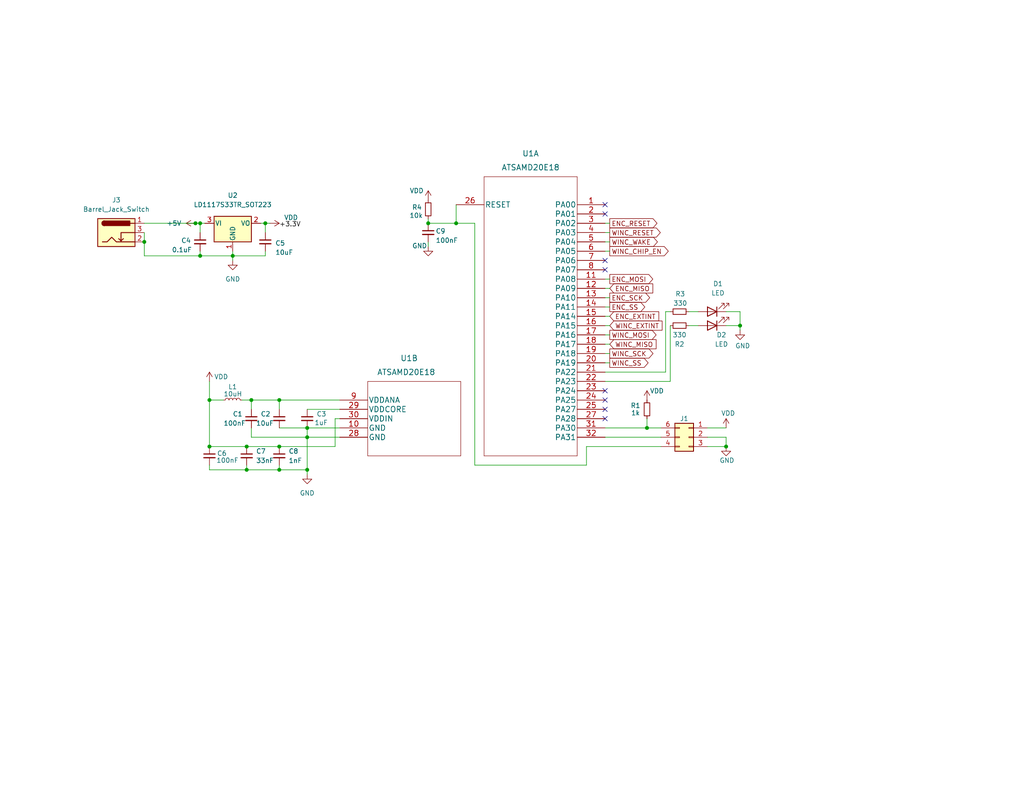
<source format=kicad_sch>
(kicad_sch (version 20211123) (generator eeschema)

  (uuid 1a9443d3-cac2-494b-9420-687a91e86722)

  (paper "USLetter")

  (title_block
    (title "ATSAMD20E18 Control Circuit")
    (date "2022-10-20")
    (rev "v4.0")
    (company "DCA")
  )

  (lib_symbols
    (symbol "2022-10-03_01-58-55:ATSAMD20E18A-AU" (pin_names (offset 0.254)) (in_bom yes) (on_board yes)
      (property "Reference" "U" (id 0) (at 20.32 12.7 0)
        (effects (font (size 1.524 1.524)))
      )
      (property "Value" "ATSAMD20E18A-AU" (id 1) (at 20.32 10.16 0)
        (effects (font (size 1.524 1.524)))
      )
      (property "Footprint" "TQFP32_MC_MCH" (id 2) (at 20.32 8.636 0)
        (effects (font (size 1.524 1.524)) hide)
      )
      (property "Datasheet" "" (id 3) (at 0 0 0)
        (effects (font (size 1.524 1.524)))
      )
      (property "ki_fp_filters" "TQFP32_MC_MCH TQFP32_MC_MCH-M TQFP32_MC_MCH-L" (id 4) (at 0 0 0)
        (effects (font (size 1.27 1.27)) hide)
      )
      (symbol "ATSAMD20E18A-AU_1_1"
        (polyline
          (pts
            (xy 7.62 -68.58)
            (xy 33.02 -68.58)
          )
          (stroke (width 0.127) (type default) (color 0 0 0 0))
          (fill (type none))
        )
        (polyline
          (pts
            (xy 7.62 7.62)
            (xy 7.62 -68.58)
          )
          (stroke (width 0.127) (type default) (color 0 0 0 0))
          (fill (type none))
        )
        (polyline
          (pts
            (xy 33.02 -68.58)
            (xy 33.02 7.62)
          )
          (stroke (width 0.127) (type default) (color 0 0 0 0))
          (fill (type none))
        )
        (polyline
          (pts
            (xy 33.02 7.62)
            (xy 7.62 7.62)
          )
          (stroke (width 0.127) (type default) (color 0 0 0 0))
          (fill (type none))
        )
        (pin bidirectional line (at 40.64 0 180) (length 7.62)
          (name "PA00" (effects (font (size 1.4986 1.4986))))
          (number "1" (effects (font (size 1.4986 1.4986))))
        )
        (pin bidirectional line (at 40.64 -20.32 180) (length 7.62)
          (name "PA08" (effects (font (size 1.4986 1.4986))))
          (number "11" (effects (font (size 1.4986 1.4986))))
        )
        (pin bidirectional line (at 40.64 -22.86 180) (length 7.62)
          (name "PA09" (effects (font (size 1.4986 1.4986))))
          (number "12" (effects (font (size 1.4986 1.4986))))
        )
        (pin bidirectional line (at 40.64 -25.4 180) (length 7.62)
          (name "PA10" (effects (font (size 1.4986 1.4986))))
          (number "13" (effects (font (size 1.4986 1.4986))))
        )
        (pin bidirectional line (at 40.64 -27.94 180) (length 7.62)
          (name "PA11" (effects (font (size 1.4986 1.4986))))
          (number "14" (effects (font (size 1.4986 1.4986))))
        )
        (pin bidirectional line (at 40.64 -30.48 180) (length 7.62)
          (name "PA14" (effects (font (size 1.4986 1.4986))))
          (number "15" (effects (font (size 1.4986 1.4986))))
        )
        (pin bidirectional line (at 40.64 -33.02 180) (length 7.62)
          (name "PA15" (effects (font (size 1.4986 1.4986))))
          (number "16" (effects (font (size 1.4986 1.4986))))
        )
        (pin bidirectional line (at 40.64 -35.56 180) (length 7.62)
          (name "PA16" (effects (font (size 1.4986 1.4986))))
          (number "17" (effects (font (size 1.4986 1.4986))))
        )
        (pin bidirectional line (at 40.64 -38.1 180) (length 7.62)
          (name "PA17" (effects (font (size 1.4986 1.4986))))
          (number "18" (effects (font (size 1.4986 1.4986))))
        )
        (pin bidirectional line (at 40.64 -40.64 180) (length 7.62)
          (name "PA18" (effects (font (size 1.4986 1.4986))))
          (number "19" (effects (font (size 1.4986 1.4986))))
        )
        (pin bidirectional line (at 40.64 -2.54 180) (length 7.62)
          (name "PA01" (effects (font (size 1.4986 1.4986))))
          (number "2" (effects (font (size 1.4986 1.4986))))
        )
        (pin bidirectional line (at 40.64 -43.18 180) (length 7.62)
          (name "PA19" (effects (font (size 1.4986 1.4986))))
          (number "20" (effects (font (size 1.4986 1.4986))))
        )
        (pin bidirectional line (at 40.64 -45.72 180) (length 7.62)
          (name "PA22" (effects (font (size 1.4986 1.4986))))
          (number "21" (effects (font (size 1.4986 1.4986))))
        )
        (pin bidirectional line (at 40.64 -48.26 180) (length 7.62)
          (name "PA23" (effects (font (size 1.4986 1.4986))))
          (number "22" (effects (font (size 1.4986 1.4986))))
        )
        (pin bidirectional line (at 40.64 -50.8 180) (length 7.62)
          (name "PA24" (effects (font (size 1.4986 1.4986))))
          (number "23" (effects (font (size 1.4986 1.4986))))
        )
        (pin bidirectional line (at 40.64 -53.34 180) (length 7.62)
          (name "PA25" (effects (font (size 1.4986 1.4986))))
          (number "24" (effects (font (size 1.4986 1.4986))))
        )
        (pin bidirectional line (at 40.64 -55.88 180) (length 7.62)
          (name "PA27" (effects (font (size 1.4986 1.4986))))
          (number "25" (effects (font (size 1.4986 1.4986))))
        )
        (pin unspecified line (at 0 0 0) (length 7.62)
          (name "RESET" (effects (font (size 1.4986 1.4986))))
          (number "26" (effects (font (size 1.4986 1.4986))))
        )
        (pin bidirectional line (at 40.64 -58.42 180) (length 7.62)
          (name "PA28" (effects (font (size 1.4986 1.4986))))
          (number "27" (effects (font (size 1.4986 1.4986))))
        )
        (pin bidirectional line (at 40.64 -5.08 180) (length 7.62)
          (name "PA02" (effects (font (size 1.4986 1.4986))))
          (number "3" (effects (font (size 1.4986 1.4986))))
        )
        (pin bidirectional line (at 40.64 -60.96 180) (length 7.62)
          (name "PA30" (effects (font (size 1.4986 1.4986))))
          (number "31" (effects (font (size 1.4986 1.4986))))
        )
        (pin bidirectional line (at 40.64 -63.5 180) (length 7.62)
          (name "PA31" (effects (font (size 1.4986 1.4986))))
          (number "32" (effects (font (size 1.4986 1.4986))))
        )
        (pin bidirectional line (at 40.64 -7.62 180) (length 7.62)
          (name "PA03" (effects (font (size 1.4986 1.4986))))
          (number "4" (effects (font (size 1.4986 1.4986))))
        )
        (pin bidirectional line (at 40.64 -10.16 180) (length 7.62)
          (name "PA04" (effects (font (size 1.4986 1.4986))))
          (number "5" (effects (font (size 1.4986 1.4986))))
        )
        (pin bidirectional line (at 40.64 -12.7 180) (length 7.62)
          (name "PA05" (effects (font (size 1.4986 1.4986))))
          (number "6" (effects (font (size 1.4986 1.4986))))
        )
        (pin bidirectional line (at 40.64 -15.24 180) (length 7.62)
          (name "PA06" (effects (font (size 1.4986 1.4986))))
          (number "7" (effects (font (size 1.4986 1.4986))))
        )
        (pin bidirectional line (at 40.64 -17.78 180) (length 7.62)
          (name "PA07" (effects (font (size 1.4986 1.4986))))
          (number "8" (effects (font (size 1.4986 1.4986))))
        )
      )
      (symbol "ATSAMD20E18A-AU_2_1"
        (polyline
          (pts
            (xy 7.62 -15.24)
            (xy 33.02 -15.24)
          )
          (stroke (width 0.127) (type default) (color 0 0 0 0))
          (fill (type none))
        )
        (polyline
          (pts
            (xy 7.62 5.08)
            (xy 7.62 -15.24)
          )
          (stroke (width 0.127) (type default) (color 0 0 0 0))
          (fill (type none))
        )
        (polyline
          (pts
            (xy 33.02 -15.24)
            (xy 33.02 5.08)
          )
          (stroke (width 0.127) (type default) (color 0 0 0 0))
          (fill (type none))
        )
        (polyline
          (pts
            (xy 33.02 5.08)
            (xy 7.62 5.08)
          )
          (stroke (width 0.127) (type default) (color 0 0 0 0))
          (fill (type none))
        )
        (pin power_in line (at 0 -7.62 0) (length 7.62)
          (name "GND" (effects (font (size 1.4986 1.4986))))
          (number "10" (effects (font (size 1.4986 1.4986))))
        )
        (pin power_in line (at 0 -10.16 0) (length 7.62)
          (name "GND" (effects (font (size 1.4986 1.4986))))
          (number "28" (effects (font (size 1.4986 1.4986))))
        )
        (pin power_in line (at 0 -2.54 0) (length 7.62)
          (name "VDDCORE" (effects (font (size 1.4986 1.4986))))
          (number "29" (effects (font (size 1.4986 1.4986))))
        )
        (pin power_in line (at 0 -5.08 0) (length 7.62)
          (name "VDDIN" (effects (font (size 1.4986 1.4986))))
          (number "30" (effects (font (size 1.4986 1.4986))))
        )
        (pin power_in line (at 0 0 0) (length 7.62)
          (name "VDDANA" (effects (font (size 1.4986 1.4986))))
          (number "9" (effects (font (size 1.4986 1.4986))))
        )
      )
    )
    (symbol "Connector:Barrel_Jack_Switch" (pin_names hide) (in_bom yes) (on_board yes)
      (property "Reference" "J" (id 0) (at 0 5.334 0)
        (effects (font (size 1.27 1.27)))
      )
      (property "Value" "Barrel_Jack_Switch" (id 1) (at 0 -5.08 0)
        (effects (font (size 1.27 1.27)))
      )
      (property "Footprint" "" (id 2) (at 1.27 -1.016 0)
        (effects (font (size 1.27 1.27)) hide)
      )
      (property "Datasheet" "~" (id 3) (at 1.27 -1.016 0)
        (effects (font (size 1.27 1.27)) hide)
      )
      (property "ki_keywords" "DC power barrel jack connector" (id 4) (at 0 0 0)
        (effects (font (size 1.27 1.27)) hide)
      )
      (property "ki_description" "DC Barrel Jack with an internal switch" (id 5) (at 0 0 0)
        (effects (font (size 1.27 1.27)) hide)
      )
      (property "ki_fp_filters" "BarrelJack*" (id 6) (at 0 0 0)
        (effects (font (size 1.27 1.27)) hide)
      )
      (symbol "Barrel_Jack_Switch_0_1"
        (rectangle (start -5.08 3.81) (end 5.08 -3.81)
          (stroke (width 0.254) (type default) (color 0 0 0 0))
          (fill (type background))
        )
        (arc (start -3.302 3.175) (mid -3.937 2.54) (end -3.302 1.905)
          (stroke (width 0.254) (type default) (color 0 0 0 0))
          (fill (type none))
        )
        (arc (start -3.302 3.175) (mid -3.937 2.54) (end -3.302 1.905)
          (stroke (width 0.254) (type default) (color 0 0 0 0))
          (fill (type outline))
        )
        (polyline
          (pts
            (xy 1.27 -2.286)
            (xy 1.905 -1.651)
          )
          (stroke (width 0.254) (type default) (color 0 0 0 0))
          (fill (type none))
        )
        (polyline
          (pts
            (xy 5.08 2.54)
            (xy 3.81 2.54)
          )
          (stroke (width 0.254) (type default) (color 0 0 0 0))
          (fill (type none))
        )
        (polyline
          (pts
            (xy 5.08 0)
            (xy 1.27 0)
            (xy 1.27 -2.286)
            (xy 0.635 -1.651)
          )
          (stroke (width 0.254) (type default) (color 0 0 0 0))
          (fill (type none))
        )
        (polyline
          (pts
            (xy -3.81 -2.54)
            (xy -2.54 -2.54)
            (xy -1.27 -1.27)
            (xy 0 -2.54)
            (xy 2.54 -2.54)
            (xy 5.08 -2.54)
          )
          (stroke (width 0.254) (type default) (color 0 0 0 0))
          (fill (type none))
        )
        (rectangle (start 3.683 3.175) (end -3.302 1.905)
          (stroke (width 0.254) (type default) (color 0 0 0 0))
          (fill (type outline))
        )
      )
      (symbol "Barrel_Jack_Switch_1_1"
        (pin passive line (at 7.62 2.54 180) (length 2.54)
          (name "~" (effects (font (size 1.27 1.27))))
          (number "1" (effects (font (size 1.27 1.27))))
        )
        (pin passive line (at 7.62 -2.54 180) (length 2.54)
          (name "~" (effects (font (size 1.27 1.27))))
          (number "2" (effects (font (size 1.27 1.27))))
        )
        (pin passive line (at 7.62 0 180) (length 2.54)
          (name "~" (effects (font (size 1.27 1.27))))
          (number "3" (effects (font (size 1.27 1.27))))
        )
      )
    )
    (symbol "Connector_Generic:Conn_02x03_Counter_Clockwise" (pin_names (offset 1.016) hide) (in_bom yes) (on_board yes)
      (property "Reference" "J" (id 0) (at 1.27 5.08 0)
        (effects (font (size 1.27 1.27)))
      )
      (property "Value" "Conn_02x03_Counter_Clockwise" (id 1) (at 1.27 -5.08 0)
        (effects (font (size 1.27 1.27)))
      )
      (property "Footprint" "" (id 2) (at 0 0 0)
        (effects (font (size 1.27 1.27)) hide)
      )
      (property "Datasheet" "~" (id 3) (at 0 0 0)
        (effects (font (size 1.27 1.27)) hide)
      )
      (property "ki_keywords" "connector" (id 4) (at 0 0 0)
        (effects (font (size 1.27 1.27)) hide)
      )
      (property "ki_description" "Generic connector, double row, 02x03, counter clockwise pin numbering scheme (similar to DIP packge numbering), script generated (kicad-library-utils/schlib/autogen/connector/)" (id 5) (at 0 0 0)
        (effects (font (size 1.27 1.27)) hide)
      )
      (property "ki_fp_filters" "Connector*:*_2x??_*" (id 6) (at 0 0 0)
        (effects (font (size 1.27 1.27)) hide)
      )
      (symbol "Conn_02x03_Counter_Clockwise_1_1"
        (rectangle (start -1.27 -2.413) (end 0 -2.667)
          (stroke (width 0.1524) (type default) (color 0 0 0 0))
          (fill (type none))
        )
        (rectangle (start -1.27 0.127) (end 0 -0.127)
          (stroke (width 0.1524) (type default) (color 0 0 0 0))
          (fill (type none))
        )
        (rectangle (start -1.27 2.667) (end 0 2.413)
          (stroke (width 0.1524) (type default) (color 0 0 0 0))
          (fill (type none))
        )
        (rectangle (start -1.27 3.81) (end 3.81 -3.81)
          (stroke (width 0.254) (type default) (color 0 0 0 0))
          (fill (type background))
        )
        (rectangle (start 3.81 -2.413) (end 2.54 -2.667)
          (stroke (width 0.1524) (type default) (color 0 0 0 0))
          (fill (type none))
        )
        (rectangle (start 3.81 0.127) (end 2.54 -0.127)
          (stroke (width 0.1524) (type default) (color 0 0 0 0))
          (fill (type none))
        )
        (rectangle (start 3.81 2.667) (end 2.54 2.413)
          (stroke (width 0.1524) (type default) (color 0 0 0 0))
          (fill (type none))
        )
        (pin passive line (at -5.08 2.54 0) (length 3.81)
          (name "Pin_1" (effects (font (size 1.27 1.27))))
          (number "1" (effects (font (size 1.27 1.27))))
        )
        (pin passive line (at -5.08 0 0) (length 3.81)
          (name "Pin_2" (effects (font (size 1.27 1.27))))
          (number "2" (effects (font (size 1.27 1.27))))
        )
        (pin passive line (at -5.08 -2.54 0) (length 3.81)
          (name "Pin_3" (effects (font (size 1.27 1.27))))
          (number "3" (effects (font (size 1.27 1.27))))
        )
        (pin passive line (at 7.62 -2.54 180) (length 3.81)
          (name "Pin_4" (effects (font (size 1.27 1.27))))
          (number "4" (effects (font (size 1.27 1.27))))
        )
        (pin passive line (at 7.62 0 180) (length 3.81)
          (name "Pin_5" (effects (font (size 1.27 1.27))))
          (number "5" (effects (font (size 1.27 1.27))))
        )
        (pin passive line (at 7.62 2.54 180) (length 3.81)
          (name "Pin_6" (effects (font (size 1.27 1.27))))
          (number "6" (effects (font (size 1.27 1.27))))
        )
      )
    )
    (symbol "Device:C_Small" (pin_numbers hide) (pin_names (offset 0.254) hide) (in_bom yes) (on_board yes)
      (property "Reference" "C" (id 0) (at 0.254 1.778 0)
        (effects (font (size 1.27 1.27)) (justify left))
      )
      (property "Value" "C_Small" (id 1) (at 0.254 -2.032 0)
        (effects (font (size 1.27 1.27)) (justify left))
      )
      (property "Footprint" "" (id 2) (at 0 0 0)
        (effects (font (size 1.27 1.27)) hide)
      )
      (property "Datasheet" "~" (id 3) (at 0 0 0)
        (effects (font (size 1.27 1.27)) hide)
      )
      (property "ki_keywords" "capacitor cap" (id 4) (at 0 0 0)
        (effects (font (size 1.27 1.27)) hide)
      )
      (property "ki_description" "Unpolarized capacitor, small symbol" (id 5) (at 0 0 0)
        (effects (font (size 1.27 1.27)) hide)
      )
      (property "ki_fp_filters" "C_*" (id 6) (at 0 0 0)
        (effects (font (size 1.27 1.27)) hide)
      )
      (symbol "C_Small_0_1"
        (polyline
          (pts
            (xy -1.524 -0.508)
            (xy 1.524 -0.508)
          )
          (stroke (width 0.3302) (type default) (color 0 0 0 0))
          (fill (type none))
        )
        (polyline
          (pts
            (xy -1.524 0.508)
            (xy 1.524 0.508)
          )
          (stroke (width 0.3048) (type default) (color 0 0 0 0))
          (fill (type none))
        )
      )
      (symbol "C_Small_1_1"
        (pin passive line (at 0 2.54 270) (length 2.032)
          (name "~" (effects (font (size 1.27 1.27))))
          (number "1" (effects (font (size 1.27 1.27))))
        )
        (pin passive line (at 0 -2.54 90) (length 2.032)
          (name "~" (effects (font (size 1.27 1.27))))
          (number "2" (effects (font (size 1.27 1.27))))
        )
      )
    )
    (symbol "Device:LED" (pin_numbers hide) (pin_names (offset 1.016) hide) (in_bom yes) (on_board yes)
      (property "Reference" "D" (id 0) (at 0 2.54 0)
        (effects (font (size 1.27 1.27)))
      )
      (property "Value" "LED" (id 1) (at 0 -2.54 0)
        (effects (font (size 1.27 1.27)))
      )
      (property "Footprint" "" (id 2) (at 0 0 0)
        (effects (font (size 1.27 1.27)) hide)
      )
      (property "Datasheet" "~" (id 3) (at 0 0 0)
        (effects (font (size 1.27 1.27)) hide)
      )
      (property "ki_keywords" "LED diode" (id 4) (at 0 0 0)
        (effects (font (size 1.27 1.27)) hide)
      )
      (property "ki_description" "Light emitting diode" (id 5) (at 0 0 0)
        (effects (font (size 1.27 1.27)) hide)
      )
      (property "ki_fp_filters" "LED* LED_SMD:* LED_THT:*" (id 6) (at 0 0 0)
        (effects (font (size 1.27 1.27)) hide)
      )
      (symbol "LED_0_1"
        (polyline
          (pts
            (xy -1.27 -1.27)
            (xy -1.27 1.27)
          )
          (stroke (width 0.254) (type default) (color 0 0 0 0))
          (fill (type none))
        )
        (polyline
          (pts
            (xy -1.27 0)
            (xy 1.27 0)
          )
          (stroke (width 0) (type default) (color 0 0 0 0))
          (fill (type none))
        )
        (polyline
          (pts
            (xy 1.27 -1.27)
            (xy 1.27 1.27)
            (xy -1.27 0)
            (xy 1.27 -1.27)
          )
          (stroke (width 0.254) (type default) (color 0 0 0 0))
          (fill (type none))
        )
        (polyline
          (pts
            (xy -3.048 -0.762)
            (xy -4.572 -2.286)
            (xy -3.81 -2.286)
            (xy -4.572 -2.286)
            (xy -4.572 -1.524)
          )
          (stroke (width 0) (type default) (color 0 0 0 0))
          (fill (type none))
        )
        (polyline
          (pts
            (xy -1.778 -0.762)
            (xy -3.302 -2.286)
            (xy -2.54 -2.286)
            (xy -3.302 -2.286)
            (xy -3.302 -1.524)
          )
          (stroke (width 0) (type default) (color 0 0 0 0))
          (fill (type none))
        )
      )
      (symbol "LED_1_1"
        (pin passive line (at -3.81 0 0) (length 2.54)
          (name "K" (effects (font (size 1.27 1.27))))
          (number "1" (effects (font (size 1.27 1.27))))
        )
        (pin passive line (at 3.81 0 180) (length 2.54)
          (name "A" (effects (font (size 1.27 1.27))))
          (number "2" (effects (font (size 1.27 1.27))))
        )
      )
    )
    (symbol "Device:L_Small" (pin_numbers hide) (pin_names (offset 0.254) hide) (in_bom yes) (on_board yes)
      (property "Reference" "L" (id 0) (at 0.762 1.016 0)
        (effects (font (size 1.27 1.27)) (justify left))
      )
      (property "Value" "L_Small" (id 1) (at 0.762 -1.016 0)
        (effects (font (size 1.27 1.27)) (justify left))
      )
      (property "Footprint" "" (id 2) (at 0 0 0)
        (effects (font (size 1.27 1.27)) hide)
      )
      (property "Datasheet" "~" (id 3) (at 0 0 0)
        (effects (font (size 1.27 1.27)) hide)
      )
      (property "ki_keywords" "inductor choke coil reactor magnetic" (id 4) (at 0 0 0)
        (effects (font (size 1.27 1.27)) hide)
      )
      (property "ki_description" "Inductor, small symbol" (id 5) (at 0 0 0)
        (effects (font (size 1.27 1.27)) hide)
      )
      (property "ki_fp_filters" "Choke_* *Coil* Inductor_* L_*" (id 6) (at 0 0 0)
        (effects (font (size 1.27 1.27)) hide)
      )
      (symbol "L_Small_0_1"
        (arc (start 0 -2.032) (mid 0.508 -1.524) (end 0 -1.016)
          (stroke (width 0) (type default) (color 0 0 0 0))
          (fill (type none))
        )
        (arc (start 0 -1.016) (mid 0.508 -0.508) (end 0 0)
          (stroke (width 0) (type default) (color 0 0 0 0))
          (fill (type none))
        )
        (arc (start 0 0) (mid 0.508 0.508) (end 0 1.016)
          (stroke (width 0) (type default) (color 0 0 0 0))
          (fill (type none))
        )
        (arc (start 0 1.016) (mid 0.508 1.524) (end 0 2.032)
          (stroke (width 0) (type default) (color 0 0 0 0))
          (fill (type none))
        )
      )
      (symbol "L_Small_1_1"
        (pin passive line (at 0 2.54 270) (length 0.508)
          (name "~" (effects (font (size 1.27 1.27))))
          (number "1" (effects (font (size 1.27 1.27))))
        )
        (pin passive line (at 0 -2.54 90) (length 0.508)
          (name "~" (effects (font (size 1.27 1.27))))
          (number "2" (effects (font (size 1.27 1.27))))
        )
      )
    )
    (symbol "Device:R_Small" (pin_numbers hide) (pin_names (offset 0.254) hide) (in_bom yes) (on_board yes)
      (property "Reference" "R" (id 0) (at 0.762 0.508 0)
        (effects (font (size 1.27 1.27)) (justify left))
      )
      (property "Value" "R_Small" (id 1) (at 0.762 -1.016 0)
        (effects (font (size 1.27 1.27)) (justify left))
      )
      (property "Footprint" "" (id 2) (at 0 0 0)
        (effects (font (size 1.27 1.27)) hide)
      )
      (property "Datasheet" "~" (id 3) (at 0 0 0)
        (effects (font (size 1.27 1.27)) hide)
      )
      (property "ki_keywords" "R resistor" (id 4) (at 0 0 0)
        (effects (font (size 1.27 1.27)) hide)
      )
      (property "ki_description" "Resistor, small symbol" (id 5) (at 0 0 0)
        (effects (font (size 1.27 1.27)) hide)
      )
      (property "ki_fp_filters" "R_*" (id 6) (at 0 0 0)
        (effects (font (size 1.27 1.27)) hide)
      )
      (symbol "R_Small_0_1"
        (rectangle (start -0.762 1.778) (end 0.762 -1.778)
          (stroke (width 0.2032) (type default) (color 0 0 0 0))
          (fill (type none))
        )
      )
      (symbol "R_Small_1_1"
        (pin passive line (at 0 2.54 270) (length 0.762)
          (name "~" (effects (font (size 1.27 1.27))))
          (number "1" (effects (font (size 1.27 1.27))))
        )
        (pin passive line (at 0 -2.54 90) (length 0.762)
          (name "~" (effects (font (size 1.27 1.27))))
          (number "2" (effects (font (size 1.27 1.27))))
        )
      )
    )
    (symbol "Regulator_Linear:LD1117S33TR_SOT223" (pin_names (offset 0.254)) (in_bom yes) (on_board yes)
      (property "Reference" "U" (id 0) (at -3.81 3.175 0)
        (effects (font (size 1.27 1.27)))
      )
      (property "Value" "LD1117S33TR_SOT223" (id 1) (at 0 3.175 0)
        (effects (font (size 1.27 1.27)) (justify left))
      )
      (property "Footprint" "Package_TO_SOT_SMD:SOT-223-3_TabPin2" (id 2) (at 0 5.08 0)
        (effects (font (size 1.27 1.27)) hide)
      )
      (property "Datasheet" "http://www.st.com/st-web-ui/static/active/en/resource/technical/document/datasheet/CD00000544.pdf" (id 3) (at 2.54 -6.35 0)
        (effects (font (size 1.27 1.27)) hide)
      )
      (property "ki_keywords" "REGULATOR LDO 3.3V" (id 4) (at 0 0 0)
        (effects (font (size 1.27 1.27)) hide)
      )
      (property "ki_description" "800mA Fixed Low Drop Positive Voltage Regulator, Fixed Output 3.3V, SOT-223" (id 5) (at 0 0 0)
        (effects (font (size 1.27 1.27)) hide)
      )
      (property "ki_fp_filters" "SOT?223*TabPin2*" (id 6) (at 0 0 0)
        (effects (font (size 1.27 1.27)) hide)
      )
      (symbol "LD1117S33TR_SOT223_0_1"
        (rectangle (start -5.08 -5.08) (end 5.08 1.905)
          (stroke (width 0.254) (type default) (color 0 0 0 0))
          (fill (type background))
        )
      )
      (symbol "LD1117S33TR_SOT223_1_1"
        (pin power_in line (at 0 -7.62 90) (length 2.54)
          (name "GND" (effects (font (size 1.27 1.27))))
          (number "1" (effects (font (size 1.27 1.27))))
        )
        (pin power_out line (at 7.62 0 180) (length 2.54)
          (name "VO" (effects (font (size 1.27 1.27))))
          (number "2" (effects (font (size 1.27 1.27))))
        )
        (pin power_in line (at -7.62 0 0) (length 2.54)
          (name "VI" (effects (font (size 1.27 1.27))))
          (number "3" (effects (font (size 1.27 1.27))))
        )
      )
    )
    (symbol "power:+5V" (power) (pin_names (offset 0)) (in_bom yes) (on_board yes)
      (property "Reference" "#PWR" (id 0) (at 0 -3.81 0)
        (effects (font (size 1.27 1.27)) hide)
      )
      (property "Value" "+5V" (id 1) (at 0 3.556 0)
        (effects (font (size 1.27 1.27)))
      )
      (property "Footprint" "" (id 2) (at 0 0 0)
        (effects (font (size 1.27 1.27)) hide)
      )
      (property "Datasheet" "" (id 3) (at 0 0 0)
        (effects (font (size 1.27 1.27)) hide)
      )
      (property "ki_keywords" "power-flag" (id 4) (at 0 0 0)
        (effects (font (size 1.27 1.27)) hide)
      )
      (property "ki_description" "Power symbol creates a global label with name \"+5V\"" (id 5) (at 0 0 0)
        (effects (font (size 1.27 1.27)) hide)
      )
      (symbol "+5V_0_1"
        (polyline
          (pts
            (xy -0.762 1.27)
            (xy 0 2.54)
          )
          (stroke (width 0) (type default) (color 0 0 0 0))
          (fill (type none))
        )
        (polyline
          (pts
            (xy 0 0)
            (xy 0 2.54)
          )
          (stroke (width 0) (type default) (color 0 0 0 0))
          (fill (type none))
        )
        (polyline
          (pts
            (xy 0 2.54)
            (xy 0.762 1.27)
          )
          (stroke (width 0) (type default) (color 0 0 0 0))
          (fill (type none))
        )
      )
      (symbol "+5V_1_1"
        (pin power_in line (at 0 0 90) (length 0) hide
          (name "+5V" (effects (font (size 1.27 1.27))))
          (number "1" (effects (font (size 1.27 1.27))))
        )
      )
    )
    (symbol "power:GND" (power) (pin_names (offset 0)) (in_bom yes) (on_board yes)
      (property "Reference" "#PWR" (id 0) (at 0 -6.35 0)
        (effects (font (size 1.27 1.27)) hide)
      )
      (property "Value" "GND" (id 1) (at 0 -3.81 0)
        (effects (font (size 1.27 1.27)))
      )
      (property "Footprint" "" (id 2) (at 0 0 0)
        (effects (font (size 1.27 1.27)) hide)
      )
      (property "Datasheet" "" (id 3) (at 0 0 0)
        (effects (font (size 1.27 1.27)) hide)
      )
      (property "ki_keywords" "power-flag" (id 4) (at 0 0 0)
        (effects (font (size 1.27 1.27)) hide)
      )
      (property "ki_description" "Power symbol creates a global label with name \"GND\" , ground" (id 5) (at 0 0 0)
        (effects (font (size 1.27 1.27)) hide)
      )
      (symbol "GND_0_1"
        (polyline
          (pts
            (xy 0 0)
            (xy 0 -1.27)
            (xy 1.27 -1.27)
            (xy 0 -2.54)
            (xy -1.27 -1.27)
            (xy 0 -1.27)
          )
          (stroke (width 0) (type default) (color 0 0 0 0))
          (fill (type none))
        )
      )
      (symbol "GND_1_1"
        (pin power_in line (at 0 0 270) (length 0) hide
          (name "GND" (effects (font (size 1.27 1.27))))
          (number "1" (effects (font (size 1.27 1.27))))
        )
      )
    )
    (symbol "power:VDD" (power) (pin_names (offset 0)) (in_bom yes) (on_board yes)
      (property "Reference" "#PWR" (id 0) (at 0 -3.81 0)
        (effects (font (size 1.27 1.27)) hide)
      )
      (property "Value" "VDD" (id 1) (at 0 3.81 0)
        (effects (font (size 1.27 1.27)))
      )
      (property "Footprint" "" (id 2) (at 0 0 0)
        (effects (font (size 1.27 1.27)) hide)
      )
      (property "Datasheet" "" (id 3) (at 0 0 0)
        (effects (font (size 1.27 1.27)) hide)
      )
      (property "ki_keywords" "power-flag" (id 4) (at 0 0 0)
        (effects (font (size 1.27 1.27)) hide)
      )
      (property "ki_description" "Power symbol creates a global label with name \"VDD\"" (id 5) (at 0 0 0)
        (effects (font (size 1.27 1.27)) hide)
      )
      (symbol "VDD_0_1"
        (polyline
          (pts
            (xy -0.762 1.27)
            (xy 0 2.54)
          )
          (stroke (width 0) (type default) (color 0 0 0 0))
          (fill (type none))
        )
        (polyline
          (pts
            (xy 0 0)
            (xy 0 2.54)
          )
          (stroke (width 0) (type default) (color 0 0 0 0))
          (fill (type none))
        )
        (polyline
          (pts
            (xy 0 2.54)
            (xy 0.762 1.27)
          )
          (stroke (width 0) (type default) (color 0 0 0 0))
          (fill (type none))
        )
      )
      (symbol "VDD_1_1"
        (pin power_in line (at 0 0 90) (length 0) hide
          (name "VDD" (effects (font (size 1.27 1.27))))
          (number "1" (effects (font (size 1.27 1.27))))
        )
      )
    )
  )

  (junction (at 72.39 60.96) (diameter 0) (color 0 0 0 0)
    (uuid 0841a39a-f98d-41e9-8644-d9303ffb8603)
  )
  (junction (at 39.37 66.04) (diameter 0) (color 0 0 0 0)
    (uuid 08a1562b-6564-45dd-8b4a-2ee85196f192)
  )
  (junction (at 124.46 60.96) (diameter 0) (color 0 0 0 0)
    (uuid 1083b4ab-993e-45b3-b1ad-f31c75c30915)
  )
  (junction (at 83.82 128.27) (diameter 0) (color 0 0 0 0)
    (uuid 112a511c-8251-4b64-abc1-6d30ba27851e)
  )
  (junction (at 54.61 69.85) (diameter 0) (color 0 0 0 0)
    (uuid 1376ae83-abfd-4b0b-a344-b67ba1b42e93)
  )
  (junction (at 57.15 109.22) (diameter 0) (color 0 0 0 0)
    (uuid 157b37c0-88ce-49ed-95f2-7c84c067fe4b)
  )
  (junction (at 176.53 116.84) (diameter 0) (color 0 0 0 0)
    (uuid 199787c0-62d5-4cd3-9359-6a88ed8b302b)
  )
  (junction (at 83.82 119.38) (diameter 0) (color 0 0 0 0)
    (uuid 2c355d97-4b87-485e-9c6c-cbaa31ab7309)
  )
  (junction (at 68.58 109.22) (diameter 0) (color 0 0 0 0)
    (uuid 30c305e0-4809-45bc-8d15-4aa3c284f7a5)
  )
  (junction (at 198.12 121.92) (diameter 0) (color 0 0 0 0)
    (uuid 4b834e2f-79a8-4e49-b7fc-eb26468b0172)
  )
  (junction (at 201.93 88.9) (diameter 0) (color 0 0 0 0)
    (uuid 50767c5c-887e-4ea0-a85b-6f611da76940)
  )
  (junction (at 76.2 128.27) (diameter 0) (color 0 0 0 0)
    (uuid 58b02665-7ac2-4dbb-915a-edded031e028)
  )
  (junction (at 57.15 121.92) (diameter 0) (color 0 0 0 0)
    (uuid 5e6fa830-f6f2-4e9d-a7a7-c82de3da2683)
  )
  (junction (at 116.84 60.96) (diameter 0) (color 0 0 0 0)
    (uuid 62ec29af-c0d9-4804-8196-2d0aabb124d9)
  )
  (junction (at 53.34 60.96) (diameter 0) (color 0 0 0 0)
    (uuid 66ba30e9-e655-41b6-8fba-c63f1ab055fb)
  )
  (junction (at 76.2 121.92) (diameter 0) (color 0 0 0 0)
    (uuid 74dca7c0-8790-4b6b-a0fb-deee55c6e3cb)
  )
  (junction (at 67.31 121.92) (diameter 0) (color 0 0 0 0)
    (uuid 89ee2687-0d4b-4859-a6b0-5aa4d1735bc2)
  )
  (junction (at 63.5 69.85) (diameter 0) (color 0 0 0 0)
    (uuid 9cb56b66-9e66-48c0-b0e9-80ffcf3e3220)
  )
  (junction (at 76.2 109.22) (diameter 0) (color 0 0 0 0)
    (uuid 9d276696-101b-4f71-8611-8bdee3e25795)
  )
  (junction (at 54.61 60.96) (diameter 0) (color 0 0 0 0)
    (uuid d287101e-9cbd-4d76-bbd3-88a04fe5217a)
  )
  (junction (at 83.82 116.84) (diameter 0) (color 0 0 0 0)
    (uuid f7952fd6-3f9b-4467-a9ef-dcf73cbe02b4)
  )
  (junction (at 67.31 128.27) (diameter 0) (color 0 0 0 0)
    (uuid fc753a2d-4b77-4df7-97ee-65a1a9d28115)
  )

  (no_connect (at 165.1 58.42) (uuid 2430d2d9-1e09-49eb-b13f-a743bbc44ad1))
  (no_connect (at 165.1 55.88) (uuid 2430d2d9-1e09-49eb-b13f-a743bbc44ad2))
  (no_connect (at 165.1 73.66) (uuid 3dd01f4f-f5eb-4c34-bdd1-fa536ca33f7f))
  (no_connect (at 165.1 71.12) (uuid 3dd01f4f-f5eb-4c34-bdd1-fa536ca33f80))
  (no_connect (at 165.1 106.68) (uuid 3dd01f4f-f5eb-4c34-bdd1-fa536ca33f82))
  (no_connect (at 165.1 114.3) (uuid 3dd01f4f-f5eb-4c34-bdd1-fa536ca33f83))
  (no_connect (at 165.1 111.76) (uuid 3dd01f4f-f5eb-4c34-bdd1-fa536ca33f84))
  (no_connect (at 165.1 109.22) (uuid 3dd01f4f-f5eb-4c34-bdd1-fa536ca33f85))

  (wire (pts (xy 57.15 109.22) (xy 57.15 121.92))
    (stroke (width 0) (type default) (color 0 0 0 0))
    (uuid 024e5312-0fe1-4523-a54e-d7ae3954b6ef)
  )
  (wire (pts (xy 165.1 81.28) (xy 166.37 81.28))
    (stroke (width 0) (type default) (color 0 0 0 0))
    (uuid 026d7f4a-8a12-470d-97a0-2663165305e5)
  )
  (wire (pts (xy 57.15 128.27) (xy 57.15 127))
    (stroke (width 0) (type default) (color 0 0 0 0))
    (uuid 04ca14bc-9ec3-471d-a206-69af48278a41)
  )
  (wire (pts (xy 63.5 69.85) (xy 72.39 69.85))
    (stroke (width 0) (type default) (color 0 0 0 0))
    (uuid 0575c3db-0425-4bad-ba33-5f43abb16a69)
  )
  (wire (pts (xy 72.39 69.85) (xy 72.39 68.58))
    (stroke (width 0) (type default) (color 0 0 0 0))
    (uuid 06749e3a-26d5-4d45-ad5c-52e9f8229362)
  )
  (wire (pts (xy 165.1 116.84) (xy 176.53 116.84))
    (stroke (width 0) (type default) (color 0 0 0 0))
    (uuid 0d7b8502-c03e-4039-8f0e-4ed9ee385f7b)
  )
  (wire (pts (xy 182.88 88.9) (xy 182.88 104.14))
    (stroke (width 0) (type default) (color 0 0 0 0))
    (uuid 0e1f6a1d-d0a1-4291-9c47-c684bcad3e64)
  )
  (wire (pts (xy 176.53 116.84) (xy 180.34 116.84))
    (stroke (width 0) (type default) (color 0 0 0 0))
    (uuid 12961377-1f61-4601-9005-f8d54afd3a3e)
  )
  (wire (pts (xy 165.1 63.5) (xy 166.37 63.5))
    (stroke (width 0) (type default) (color 0 0 0 0))
    (uuid 1c53ff63-9c23-45fc-a393-777fc1a585cc)
  )
  (wire (pts (xy 181.61 85.09) (xy 182.88 85.09))
    (stroke (width 0) (type default) (color 0 0 0 0))
    (uuid 2405e315-57d8-48ed-bc4f-b63bdacc0d7d)
  )
  (wire (pts (xy 176.53 114.3) (xy 176.53 116.84))
    (stroke (width 0) (type default) (color 0 0 0 0))
    (uuid 2546ac0e-ba56-4253-8767-fb6bea479c90)
  )
  (wire (pts (xy 92.71 114.3) (xy 91.44 114.3))
    (stroke (width 0) (type default) (color 0 0 0 0))
    (uuid 2653a9d6-578a-421c-99dd-84152b05c817)
  )
  (wire (pts (xy 76.2 109.22) (xy 92.71 109.22))
    (stroke (width 0) (type default) (color 0 0 0 0))
    (uuid 27ec61b3-9d10-49ca-ac1e-9cb84008d481)
  )
  (wire (pts (xy 57.15 109.22) (xy 60.96 109.22))
    (stroke (width 0) (type default) (color 0 0 0 0))
    (uuid 2abddfd7-5e44-439d-b296-7063ecd537d9)
  )
  (wire (pts (xy 160.02 121.92) (xy 160.02 127))
    (stroke (width 0) (type default) (color 0 0 0 0))
    (uuid 2c4d0e5c-d0fa-4aa9-984d-20cc894689b5)
  )
  (wire (pts (xy 193.04 116.84) (xy 198.12 116.84))
    (stroke (width 0) (type default) (color 0 0 0 0))
    (uuid 2c723805-94c1-432f-a9c9-d095cc829a5a)
  )
  (wire (pts (xy 83.82 119.38) (xy 83.82 128.27))
    (stroke (width 0) (type default) (color 0 0 0 0))
    (uuid 34163dd5-5615-41e3-9bd6-eb1591aeb262)
  )
  (wire (pts (xy 72.39 60.96) (xy 71.12 60.96))
    (stroke (width 0) (type default) (color 0 0 0 0))
    (uuid 3531b1ed-8cdd-4a23-a8d9-8aa5aca0f551)
  )
  (wire (pts (xy 165.1 119.38) (xy 180.34 119.38))
    (stroke (width 0) (type default) (color 0 0 0 0))
    (uuid 368abf35-3773-4500-a0d2-de9cb305ef30)
  )
  (wire (pts (xy 91.44 114.3) (xy 91.44 121.92))
    (stroke (width 0) (type default) (color 0 0 0 0))
    (uuid 3899a141-e42d-4803-bc0a-96507fb57285)
  )
  (wire (pts (xy 198.12 85.09) (xy 201.93 85.09))
    (stroke (width 0) (type default) (color 0 0 0 0))
    (uuid 3963eb31-df52-4112-b538-6e71ac7d8775)
  )
  (wire (pts (xy 39.37 69.85) (xy 54.61 69.85))
    (stroke (width 0) (type default) (color 0 0 0 0))
    (uuid 3aa259c3-4679-4385-955e-06f22968aa6f)
  )
  (wire (pts (xy 201.93 85.09) (xy 201.93 88.9))
    (stroke (width 0) (type default) (color 0 0 0 0))
    (uuid 46aff1ad-5484-41fe-81fa-7bc613deb7e9)
  )
  (wire (pts (xy 67.31 121.92) (xy 76.2 121.92))
    (stroke (width 0) (type default) (color 0 0 0 0))
    (uuid 4ca79fad-3206-4f4c-9ac0-348cd437d231)
  )
  (wire (pts (xy 57.15 128.27) (xy 67.31 128.27))
    (stroke (width 0) (type default) (color 0 0 0 0))
    (uuid 4d0fea49-607b-45a2-9418-549de5dff794)
  )
  (wire (pts (xy 166.37 99.06) (xy 165.1 99.06))
    (stroke (width 0) (type default) (color 0 0 0 0))
    (uuid 501b578a-e00d-4ce6-acd5-da8136beaf41)
  )
  (wire (pts (xy 165.1 76.2) (xy 166.37 76.2))
    (stroke (width 0) (type default) (color 0 0 0 0))
    (uuid 52912a39-43a5-4d74-afcc-2f644f196529)
  )
  (wire (pts (xy 198.12 88.9) (xy 201.93 88.9))
    (stroke (width 0) (type default) (color 0 0 0 0))
    (uuid 55b2467e-79d8-4528-8727-872eed3e1136)
  )
  (wire (pts (xy 165.1 78.74) (xy 166.37 78.74))
    (stroke (width 0) (type default) (color 0 0 0 0))
    (uuid 5add9c56-6154-477d-9c16-c625ceb49838)
  )
  (wire (pts (xy 54.61 69.85) (xy 63.5 69.85))
    (stroke (width 0) (type default) (color 0 0 0 0))
    (uuid 5cf6f775-3cbb-4a7c-a597-4bb61a549d6d)
  )
  (wire (pts (xy 68.58 116.84) (xy 68.58 119.38))
    (stroke (width 0) (type default) (color 0 0 0 0))
    (uuid 60a8737c-6e9b-4f5d-bba1-9835d7f91e8c)
  )
  (wire (pts (xy 193.04 121.92) (xy 198.12 121.92))
    (stroke (width 0) (type default) (color 0 0 0 0))
    (uuid 60dce2c2-1d10-43a8-a24c-cfda72076ee6)
  )
  (wire (pts (xy 76.2 128.27) (xy 76.2 127))
    (stroke (width 0) (type default) (color 0 0 0 0))
    (uuid 62323f9b-31cc-462f-a276-a6d8011b59f5)
  )
  (wire (pts (xy 180.34 121.92) (xy 160.02 121.92))
    (stroke (width 0) (type default) (color 0 0 0 0))
    (uuid 64a5445c-96f8-4993-a485-0226c4766d7c)
  )
  (wire (pts (xy 39.37 60.96) (xy 53.34 60.96))
    (stroke (width 0) (type default) (color 0 0 0 0))
    (uuid 68994195-0205-4007-88c2-2cab01fedcb5)
  )
  (wire (pts (xy 39.37 63.5) (xy 39.37 66.04))
    (stroke (width 0) (type default) (color 0 0 0 0))
    (uuid 751c8a78-6eb7-4c37-9d84-c727fa578442)
  )
  (wire (pts (xy 72.39 60.96) (xy 73.66 60.96))
    (stroke (width 0) (type default) (color 0 0 0 0))
    (uuid 778fc09e-f4c0-47b8-87d0-7ad30c099396)
  )
  (wire (pts (xy 166.37 93.98) (xy 165.1 93.98))
    (stroke (width 0) (type default) (color 0 0 0 0))
    (uuid 7b78f3bd-c18d-4191-89d1-3b5180d200bc)
  )
  (wire (pts (xy 63.5 69.85) (xy 63.5 71.12))
    (stroke (width 0) (type default) (color 0 0 0 0))
    (uuid 7bb7f268-566e-4ad5-bdb8-69446134f661)
  )
  (wire (pts (xy 166.37 96.52) (xy 165.1 96.52))
    (stroke (width 0) (type default) (color 0 0 0 0))
    (uuid 7d3eab91-8ab8-4cd7-91ed-df4480f76381)
  )
  (wire (pts (xy 54.61 68.58) (xy 54.61 69.85))
    (stroke (width 0) (type default) (color 0 0 0 0))
    (uuid 82f5dbdd-8c0c-4efe-833c-121bb922c274)
  )
  (wire (pts (xy 68.58 111.76) (xy 68.58 109.22))
    (stroke (width 0) (type default) (color 0 0 0 0))
    (uuid 883e2d7a-41ae-4241-bb4f-2823ad3b892f)
  )
  (wire (pts (xy 68.58 119.38) (xy 83.82 119.38))
    (stroke (width 0) (type default) (color 0 0 0 0))
    (uuid 8950f662-cef8-4dc8-b46e-f865fe3adb49)
  )
  (wire (pts (xy 116.84 66.04) (xy 116.84 67.31))
    (stroke (width 0) (type default) (color 0 0 0 0))
    (uuid 8aeef1c0-bf9c-4d10-be44-6adc018ca187)
  )
  (wire (pts (xy 54.61 60.96) (xy 55.88 60.96))
    (stroke (width 0) (type default) (color 0 0 0 0))
    (uuid 92a78f18-9a5f-40ac-b7f2-41c882ddb421)
  )
  (wire (pts (xy 39.37 66.04) (xy 39.37 69.85))
    (stroke (width 0) (type default) (color 0 0 0 0))
    (uuid 95ae7e86-0812-4832-a0bd-d16e7cffc9db)
  )
  (wire (pts (xy 76.2 111.76) (xy 76.2 109.22))
    (stroke (width 0) (type default) (color 0 0 0 0))
    (uuid 9d9f671f-b40f-48f0-8497-0e8399c8268e)
  )
  (wire (pts (xy 165.1 66.04) (xy 166.37 66.04))
    (stroke (width 0) (type default) (color 0 0 0 0))
    (uuid a0e36136-c7df-4ba6-9566-16c1f3496443)
  )
  (wire (pts (xy 83.82 119.38) (xy 92.71 119.38))
    (stroke (width 0) (type default) (color 0 0 0 0))
    (uuid a185f443-d9f1-4b34-aa2d-d3bd14e56130)
  )
  (wire (pts (xy 187.96 88.9) (xy 190.5 88.9))
    (stroke (width 0) (type default) (color 0 0 0 0))
    (uuid a2318a9d-5ba5-49d1-83c3-5668ee5e65ac)
  )
  (wire (pts (xy 76.2 116.84) (xy 83.82 116.84))
    (stroke (width 0) (type default) (color 0 0 0 0))
    (uuid a7d75ffe-7414-4579-ad82-14be67efb1cc)
  )
  (wire (pts (xy 76.2 121.92) (xy 91.44 121.92))
    (stroke (width 0) (type default) (color 0 0 0 0))
    (uuid adeeda2b-6003-4c4c-9a37-d3ee54d86902)
  )
  (wire (pts (xy 83.82 116.84) (xy 83.82 119.38))
    (stroke (width 0) (type default) (color 0 0 0 0))
    (uuid ae96e5b7-6e40-4c65-827c-8c8540e17e79)
  )
  (wire (pts (xy 129.54 127) (xy 160.02 127))
    (stroke (width 0) (type default) (color 0 0 0 0))
    (uuid af1eccae-8e98-4a99-aced-01f421c73aed)
  )
  (wire (pts (xy 129.54 60.96) (xy 124.46 60.96))
    (stroke (width 0) (type default) (color 0 0 0 0))
    (uuid af2dfa6f-f0dd-42f8-8e2c-4abfaa6d0f76)
  )
  (wire (pts (xy 83.82 128.27) (xy 83.82 129.54))
    (stroke (width 0) (type default) (color 0 0 0 0))
    (uuid b25eaf0a-44da-436f-b6da-5d61747fa31c)
  )
  (wire (pts (xy 165.1 86.36) (xy 166.37 86.36))
    (stroke (width 0) (type default) (color 0 0 0 0))
    (uuid b3894a6c-a743-4ae3-b7ed-4d9f143e2229)
  )
  (wire (pts (xy 57.15 104.14) (xy 57.15 109.22))
    (stroke (width 0) (type default) (color 0 0 0 0))
    (uuid c0b5ef04-b125-4419-9777-a95e54aea863)
  )
  (wire (pts (xy 165.1 68.58) (xy 166.37 68.58))
    (stroke (width 0) (type default) (color 0 0 0 0))
    (uuid c19310a9-0d84-47da-9566-ce0bf57ade51)
  )
  (wire (pts (xy 193.04 119.38) (xy 198.12 119.38))
    (stroke (width 0) (type default) (color 0 0 0 0))
    (uuid c2569caf-c146-4e21-a7c9-c21ab81b7a45)
  )
  (wire (pts (xy 83.82 111.76) (xy 92.71 111.76))
    (stroke (width 0) (type default) (color 0 0 0 0))
    (uuid c3c9dd8d-5859-4388-8c3e-176efd203d8e)
  )
  (wire (pts (xy 67.31 128.27) (xy 67.31 127))
    (stroke (width 0) (type default) (color 0 0 0 0))
    (uuid c3fe6376-5ef6-491e-9d7a-04c8d6a17d63)
  )
  (wire (pts (xy 66.04 109.22) (xy 68.58 109.22))
    (stroke (width 0) (type default) (color 0 0 0 0))
    (uuid c651a5bb-6532-410b-8368-9dcaf11f4179)
  )
  (wire (pts (xy 67.31 128.27) (xy 76.2 128.27))
    (stroke (width 0) (type default) (color 0 0 0 0))
    (uuid c658d84a-d362-4c74-ba80-3a4d1554e615)
  )
  (wire (pts (xy 165.1 60.96) (xy 166.37 60.96))
    (stroke (width 0) (type default) (color 0 0 0 0))
    (uuid c884cb24-4275-45c1-ab0a-e4181019fdf8)
  )
  (wire (pts (xy 63.5 68.58) (xy 63.5 69.85))
    (stroke (width 0) (type default) (color 0 0 0 0))
    (uuid cf9ecfe9-ea77-477c-bc7b-59bddf201405)
  )
  (wire (pts (xy 124.46 60.96) (xy 124.46 55.88))
    (stroke (width 0) (type default) (color 0 0 0 0))
    (uuid d1149157-9562-4a94-9e2c-84dc43133c43)
  )
  (wire (pts (xy 92.71 116.84) (xy 83.82 116.84))
    (stroke (width 0) (type default) (color 0 0 0 0))
    (uuid d1716947-2584-49fd-b76e-4dd252fecd3f)
  )
  (wire (pts (xy 76.2 128.27) (xy 83.82 128.27))
    (stroke (width 0) (type default) (color 0 0 0 0))
    (uuid d5b92bd8-9843-40fb-83bf-fd5e46a5430c)
  )
  (wire (pts (xy 165.1 104.14) (xy 182.88 104.14))
    (stroke (width 0) (type default) (color 0 0 0 0))
    (uuid d74c68d8-add5-4a6e-883d-b20cad1ff353)
  )
  (wire (pts (xy 129.54 127) (xy 129.54 60.96))
    (stroke (width 0) (type default) (color 0 0 0 0))
    (uuid df195d72-c7c1-40d3-9a1b-81de7f9ed2c5)
  )
  (wire (pts (xy 116.84 59.69) (xy 116.84 60.96))
    (stroke (width 0) (type default) (color 0 0 0 0))
    (uuid e02eaacd-dc6f-4252-8689-f5211baf1087)
  )
  (wire (pts (xy 53.34 60.96) (xy 54.61 60.96))
    (stroke (width 0) (type default) (color 0 0 0 0))
    (uuid e0caace7-5610-49ec-ab8a-a0200762fc22)
  )
  (wire (pts (xy 72.39 63.5) (xy 72.39 60.96))
    (stroke (width 0) (type default) (color 0 0 0 0))
    (uuid e1eb0c0a-0183-4815-94fd-0ece24cca253)
  )
  (wire (pts (xy 181.61 101.6) (xy 181.61 85.09))
    (stroke (width 0) (type default) (color 0 0 0 0))
    (uuid e22ce421-5cd8-42f3-beaa-ff27140efcb8)
  )
  (wire (pts (xy 57.15 121.92) (xy 67.31 121.92))
    (stroke (width 0) (type default) (color 0 0 0 0))
    (uuid e4209116-d83f-4832-95eb-15c288aa2a51)
  )
  (wire (pts (xy 166.37 91.44) (xy 165.1 91.44))
    (stroke (width 0) (type default) (color 0 0 0 0))
    (uuid e5713ffc-94f8-4a16-8202-644b780bd426)
  )
  (wire (pts (xy 116.84 60.96) (xy 124.46 60.96))
    (stroke (width 0) (type default) (color 0 0 0 0))
    (uuid e6bd4e34-6e84-44c1-a1cd-e61e3be51c52)
  )
  (wire (pts (xy 54.61 60.96) (xy 54.61 63.5))
    (stroke (width 0) (type default) (color 0 0 0 0))
    (uuid eb863604-3af6-429a-9e94-c94d43a80748)
  )
  (wire (pts (xy 166.37 88.9) (xy 165.1 88.9))
    (stroke (width 0) (type default) (color 0 0 0 0))
    (uuid ecad7012-7336-42d0-9d33-0df77900b957)
  )
  (wire (pts (xy 165.1 83.82) (xy 166.37 83.82))
    (stroke (width 0) (type default) (color 0 0 0 0))
    (uuid f2fc4275-4c4c-443c-8a2e-71ff8335e098)
  )
  (wire (pts (xy 201.93 88.9) (xy 201.93 90.17))
    (stroke (width 0) (type default) (color 0 0 0 0))
    (uuid f7f1cc3b-0b90-42e3-99f5-3c6ffbc82573)
  )
  (wire (pts (xy 165.1 101.6) (xy 181.61 101.6))
    (stroke (width 0) (type default) (color 0 0 0 0))
    (uuid f96052a8-371c-4026-83da-33e9e2da1cf0)
  )
  (wire (pts (xy 198.12 119.38) (xy 198.12 121.92))
    (stroke (width 0) (type default) (color 0 0 0 0))
    (uuid fb57a36b-d7bc-4c32-92a4-ce609cb6fd1d)
  )
  (wire (pts (xy 68.58 109.22) (xy 76.2 109.22))
    (stroke (width 0) (type default) (color 0 0 0 0))
    (uuid fc1c4702-e213-4a61-8543-da9f7b480be2)
  )
  (wire (pts (xy 187.96 85.09) (xy 190.5 85.09))
    (stroke (width 0) (type default) (color 0 0 0 0))
    (uuid ffc75212-db21-4f41-a4c1-0622d157471f)
  )

  (label "+3.3V" (at 76.2 62.23 0)
    (effects (font (size 1.27 1.27)) (justify left bottom))
    (uuid 8587a1e0-011f-4885-a173-a133abd3a032)
  )

  (global_label "ENC_RESET" (shape output) (at 166.37 60.96 0) (fields_autoplaced)
    (effects (font (size 1.27 1.27)) (justify left))
    (uuid 3177a5e5-96c2-4a3d-9e1c-6647b662d04f)
    (property "Intersheet References" "${INTERSHEET_REFS}" (id 0) (at 179.2455 60.8806 0)
      (effects (font (size 1.27 1.27)) (justify left) hide)
    )
  )
  (global_label "WINC_SCK" (shape output) (at 166.37 96.52 0) (fields_autoplaced)
    (effects (font (size 1.27 1.27)) (justify left))
    (uuid 3464dd7e-636b-4249-a7f0-8209b16d4f47)
    (property "Intersheet References" "${INTERSHEET_REFS}" (id 0) (at 178.1569 96.4406 0)
      (effects (font (size 1.27 1.27)) (justify left) hide)
    )
  )
  (global_label "WINC_EXTINT" (shape input) (at 166.37 88.9 0) (fields_autoplaced)
    (effects (font (size 1.27 1.27)) (justify left))
    (uuid 3a2bf5d8-2a9c-476b-9079-d81dd93f1c49)
    (property "Intersheet References" "${INTERSHEET_REFS}" (id 0) (at 180.6364 88.8206 0)
      (effects (font (size 1.27 1.27)) (justify left) hide)
    )
  )
  (global_label "ENC_SS" (shape output) (at 166.37 83.82 0) (fields_autoplaced)
    (effects (font (size 1.27 1.27)) (justify left))
    (uuid 40951477-4134-4b0d-bb0b-2d22f9ba0a61)
    (property "Intersheet References" "${INTERSHEET_REFS}" (id 0) (at 175.9193 83.7406 0)
      (effects (font (size 1.27 1.27)) (justify left) hide)
    )
  )
  (global_label "ENC_MOSI" (shape output) (at 166.37 76.2 0) (fields_autoplaced)
    (effects (font (size 1.27 1.27)) (justify left))
    (uuid 6880be06-0736-41c1-98e3-b93e7168711b)
    (property "Intersheet References" "${INTERSHEET_REFS}" (id 0) (at 178.0964 76.1206 0)
      (effects (font (size 1.27 1.27)) (justify left) hide)
    )
  )
  (global_label "WINC_MISO" (shape input) (at 166.37 93.98 0) (fields_autoplaced)
    (effects (font (size 1.27 1.27)) (justify left))
    (uuid 6f671a51-c946-4044-a1e1-ae04eb9c92f9)
    (property "Intersheet References" "${INTERSHEET_REFS}" (id 0) (at 179.0036 93.9006 0)
      (effects (font (size 1.27 1.27)) (justify left) hide)
    )
  )
  (global_label "ENC_EXTINT" (shape input) (at 166.37 86.36 0) (fields_autoplaced)
    (effects (font (size 1.27 1.27)) (justify left))
    (uuid 6f6a7258-b9aa-49d8-b92c-85c91e1287fe)
    (property "Intersheet References" "${INTERSHEET_REFS}" (id 0) (at 179.7293 86.2806 0)
      (effects (font (size 1.27 1.27)) (justify left) hide)
    )
  )
  (global_label "WINC_CHIP_EN" (shape output) (at 166.37 68.58 0) (fields_autoplaced)
    (effects (font (size 1.27 1.27)) (justify left))
    (uuid 73c662fe-feed-4611-87e2-91504ed3a2a5)
    (property "Intersheet References" "${INTERSHEET_REFS}" (id 0) (at 182.3298 68.5006 0)
      (effects (font (size 1.27 1.27)) (justify left) hide)
    )
  )
  (global_label "WINC_RESET" (shape output) (at 166.37 63.5 0) (fields_autoplaced)
    (effects (font (size 1.27 1.27)) (justify left))
    (uuid 979399b1-8fdd-4a16-a324-1bdfd005fb02)
    (property "Intersheet References" "${INTERSHEET_REFS}" (id 0) (at 180.1526 63.4206 0)
      (effects (font (size 1.27 1.27)) (justify left) hide)
    )
  )
  (global_label "WINC_SS" (shape output) (at 166.37 99.06 0) (fields_autoplaced)
    (effects (font (size 1.27 1.27)) (justify left))
    (uuid 98b9e5a9-1462-48f3-8074-fb92286d5142)
    (property "Intersheet References" "${INTERSHEET_REFS}" (id 0) (at 176.8264 98.9806 0)
      (effects (font (size 1.27 1.27)) (justify left) hide)
    )
  )
  (global_label "WINC_WAKE" (shape output) (at 166.37 66.04 0) (fields_autoplaced)
    (effects (font (size 1.27 1.27)) (justify left))
    (uuid b696c62b-313d-4961-84ba-950b07bb352c)
    (property "Intersheet References" "${INTERSHEET_REFS}" (id 0) (at 179.3664 65.9606 0)
      (effects (font (size 1.27 1.27)) (justify left) hide)
    )
  )
  (global_label "ENC_SCK" (shape output) (at 166.37 81.28 0) (fields_autoplaced)
    (effects (font (size 1.27 1.27)) (justify left))
    (uuid be403245-7729-43a3-aaa3-e95cbbff10f9)
    (property "Intersheet References" "${INTERSHEET_REFS}" (id 0) (at 177.2498 81.2006 0)
      (effects (font (size 1.27 1.27)) (justify left) hide)
    )
  )
  (global_label "WINC_MOSI" (shape output) (at 166.37 91.44 0) (fields_autoplaced)
    (effects (font (size 1.27 1.27)) (justify left))
    (uuid d09babe4-dca2-498e-955b-7850955a047b)
    (property "Intersheet References" "${INTERSHEET_REFS}" (id 0) (at 179.0036 91.3606 0)
      (effects (font (size 1.27 1.27)) (justify left) hide)
    )
  )
  (global_label "ENC_MISO" (shape input) (at 166.37 78.74 0) (fields_autoplaced)
    (effects (font (size 1.27 1.27)) (justify left))
    (uuid defa410b-ca2c-4cd3-a1a3-0f43a8786e10)
    (property "Intersheet References" "${INTERSHEET_REFS}" (id 0) (at 178.0964 78.6606 0)
      (effects (font (size 1.27 1.27)) (justify left) hide)
    )
  )

  (symbol (lib_id "2022-10-03_01-58-55:ATSAMD20E18A-AU") (at 124.46 55.88 0) (unit 1)
    (in_bom yes) (on_board yes) (fields_autoplaced)
    (uuid 04f259ba-27da-4afe-9f77-1b5ea2e06d97)
    (property "Reference" "U1" (id 0) (at 144.78 41.91 0)
      (effects (font (size 1.524 1.524)))
    )
    (property "Value" "ATSAMD20E18" (id 1) (at 144.78 45.72 0)
      (effects (font (size 1.524 1.524)))
    )
    (property "Footprint" "2022-10-03_01-58-55:ATSAMD20E18A-AU" (id 2) (at 144.78 47.244 0)
      (effects (font (size 1.524 1.524)) hide)
    )
    (property "Datasheet" "" (id 3) (at 124.46 55.88 0)
      (effects (font (size 1.524 1.524)))
    )
    (pin "1" (uuid ea88d66f-bc3b-4226-9b8e-dd6b05598acd))
    (pin "11" (uuid 2fdbd2ac-8984-4a9d-a9f7-6728dbb231df))
    (pin "12" (uuid ea1a51b2-79c3-43c4-b065-0de30330a84b))
    (pin "13" (uuid 1a3ec31c-13c6-4d2e-950a-dcf609a3adef))
    (pin "14" (uuid 048c6665-1368-4ecd-a563-1688d545cb40))
    (pin "15" (uuid 22dbe282-4187-4790-b685-8365226eb0a4))
    (pin "16" (uuid 4aef6d72-cd7c-4d0f-b019-7b5cb3008d99))
    (pin "17" (uuid 50021126-70ae-4753-9e3a-c37ff68dcd7c))
    (pin "18" (uuid 90677340-5f88-4a82-bb2c-3664192a6004))
    (pin "19" (uuid d51a2f46-fa5a-4bed-85ac-0814bece916d))
    (pin "2" (uuid bf3958ec-c285-485f-b1b8-7ab96ee32ae6))
    (pin "20" (uuid c0c8d457-7d43-4cc4-8aec-bd3d937d0acc))
    (pin "21" (uuid 5d5b3f86-8041-4a41-aabb-f881d663b345))
    (pin "22" (uuid 04bf0f17-4b62-4dcf-b43d-1c9e11fe8c75))
    (pin "23" (uuid 4bd9bdcb-d7f0-4834-bc7e-183a990d87be))
    (pin "24" (uuid a012d6c2-cabc-4cd6-98db-c4fdb54748bb))
    (pin "25" (uuid be7bbd0a-0b22-4d57-888c-03e93f311dbd))
    (pin "26" (uuid aebb20e2-486c-4d08-834a-a856538ac80d))
    (pin "27" (uuid f46a3032-d1c6-4fb9-8220-2537ff5a1c66))
    (pin "3" (uuid 7d13f292-dc0b-4ad6-a0ce-f5786e4b059b))
    (pin "31" (uuid 2380747f-6088-4bfe-b548-7b7ed5073e96))
    (pin "32" (uuid fb52a4bd-fb52-4ab5-a6ba-aa8ce1eef71d))
    (pin "4" (uuid 126416f5-7335-4d82-99c6-7fa056c0dab6))
    (pin "5" (uuid 78ee7307-4222-4988-b1c2-b74407a599c6))
    (pin "6" (uuid 0b26150c-7990-4819-9f64-2fd2f47b9ee5))
    (pin "7" (uuid 23476562-ac55-4c1d-a974-cdad3047f7ce))
    (pin "8" (uuid 307ca9a3-93d0-4b51-9a6f-b749390d6505))
    (pin "10" (uuid 338bca59-f8f5-4c15-9308-122f5c1f8f9e))
    (pin "28" (uuid dc60c67d-adca-4f94-8069-2dd05ec5fa0a))
    (pin "29" (uuid 2129be5a-a034-4d70-8eb9-ce72f2262883))
    (pin "30" (uuid 58e49c91-ab34-446e-b4d8-79920dc3af50))
    (pin "9" (uuid 5b3598b9-2a12-4670-83b7-35c76dceed88))
  )

  (symbol (lib_id "Device:C_Small") (at 54.61 66.04 0) (unit 1)
    (in_bom yes) (on_board yes)
    (uuid 0d427dff-57ef-4073-a755-0290f3559aef)
    (property "Reference" "C4" (id 0) (at 49.4242 65.6751 0)
      (effects (font (size 1.27 1.27)) (justify left))
    )
    (property "Value" "0.1uF" (id 1) (at 46.8842 68.2151 0)
      (effects (font (size 1.27 1.27)) (justify left))
    )
    (property "Footprint" "Capacitor_SMD:C_0402_1005Metric" (id 2) (at 54.61 66.04 0)
      (effects (font (size 1.27 1.27)) hide)
    )
    (property "Datasheet" "~" (id 3) (at 54.61 66.04 0)
      (effects (font (size 1.27 1.27)) hide)
    )
    (pin "1" (uuid 052f57af-8d29-4181-a5e1-840c64b6deb6))
    (pin "2" (uuid 8e5698fc-96c1-4c9d-9e36-7faa269f43ad))
  )

  (symbol (lib_id "power:GND") (at 116.84 67.31 0) (unit 1)
    (in_bom yes) (on_board yes)
    (uuid 12c2c02e-ee76-4ea6-b4c0-0d8a4a7dfaea)
    (property "Reference" "#PWR0106" (id 0) (at 116.84 73.66 0)
      (effects (font (size 1.27 1.27)) hide)
    )
    (property "Value" "GND" (id 1) (at 114.4914 67.1215 0))
    (property "Footprint" "" (id 2) (at 116.84 67.31 0)
      (effects (font (size 1.27 1.27)) hide)
    )
    (property "Datasheet" "" (id 3) (at 116.84 67.31 0)
      (effects (font (size 1.27 1.27)) hide)
    )
    (pin "1" (uuid 75199787-3e43-4ac6-a38a-7092f7f82884))
  )

  (symbol (lib_id "power:GND") (at 201.93 90.17 0) (unit 1)
    (in_bom yes) (on_board yes)
    (uuid 2084a5d4-9e8e-4055-88f9-88fe752d4933)
    (property "Reference" "#PWR0104" (id 0) (at 201.93 96.52 0)
      (effects (font (size 1.27 1.27)) hide)
    )
    (property "Value" "GND" (id 1) (at 202.6445 94.4253 0))
    (property "Footprint" "" (id 2) (at 201.93 90.17 0)
      (effects (font (size 1.27 1.27)) hide)
    )
    (property "Datasheet" "" (id 3) (at 201.93 90.17 0)
      (effects (font (size 1.27 1.27)) hide)
    )
    (pin "1" (uuid 4eab194c-cb0a-4f1a-a073-495346ae2d5e))
  )

  (symbol (lib_id "power:VDD") (at 176.53 109.22 0) (unit 1)
    (in_bom yes) (on_board yes)
    (uuid 2db65590-74e5-4383-b093-25084784007c)
    (property "Reference" "#PWR0105" (id 0) (at 176.53 113.03 0)
      (effects (font (size 1.27 1.27)) hide)
    )
    (property "Value" "VDD" (id 1) (at 179.235 106.7365 0))
    (property "Footprint" "" (id 2) (at 176.53 109.22 0)
      (effects (font (size 1.27 1.27)) hide)
    )
    (property "Datasheet" "" (id 3) (at 176.53 109.22 0)
      (effects (font (size 1.27 1.27)) hide)
    )
    (pin "1" (uuid 2e95b240-1692-414f-9921-8f26c6c22199))
  )

  (symbol (lib_id "Device:C_Small") (at 76.2 124.46 0) (unit 1)
    (in_bom yes) (on_board yes) (fields_autoplaced)
    (uuid 38135f92-88e2-43a9-9f51-ccb5b4ccecd1)
    (property "Reference" "C8" (id 0) (at 78.74 123.1962 0)
      (effects (font (size 1.27 1.27)) (justify left))
    )
    (property "Value" "1nF" (id 1) (at 78.74 125.7362 0)
      (effects (font (size 1.27 1.27)) (justify left))
    )
    (property "Footprint" "Capacitor_SMD:C_0402_1005Metric" (id 2) (at 76.2 124.46 0)
      (effects (font (size 1.27 1.27)) hide)
    )
    (property "Datasheet" "~" (id 3) (at 76.2 124.46 0)
      (effects (font (size 1.27 1.27)) hide)
    )
    (pin "1" (uuid 82da0e72-60e9-4c52-8b22-0420f210ee24))
    (pin "2" (uuid 86c219cb-7947-47a9-adaf-9c5cceef3cac))
  )

  (symbol (lib_id "Regulator_Linear:LD1117S33TR_SOT223") (at 63.5 60.96 0) (unit 1)
    (in_bom yes) (on_board yes) (fields_autoplaced)
    (uuid 3bb7a7c6-5d05-4747-96b6-3a9a392d3e75)
    (property "Reference" "U2" (id 0) (at 63.5 53.34 0))
    (property "Value" "LD1117S33TR_SOT223" (id 1) (at 63.5 55.88 0))
    (property "Footprint" "Package_TO_SOT_SMD:SOT-223-3_TabPin2" (id 2) (at 63.5 55.88 0)
      (effects (font (size 1.27 1.27)) hide)
    )
    (property "Datasheet" "http://www.st.com/st-web-ui/static/active/en/resource/technical/document/datasheet/CD00000544.pdf" (id 3) (at 66.04 67.31 0)
      (effects (font (size 1.27 1.27)) hide)
    )
    (pin "1" (uuid b6231382-924d-489b-b15d-d7268616e1c5))
    (pin "2" (uuid 31d1d9a0-fca6-4036-96b0-066b4e849bd0))
    (pin "3" (uuid 17cb7593-0cd5-426f-8975-b024f025efff))
  )

  (symbol (lib_id "power:GND") (at 83.82 129.54 0) (unit 1)
    (in_bom yes) (on_board yes) (fields_autoplaced)
    (uuid 42870f2a-6fd0-447d-9023-4fd614da2b8e)
    (property "Reference" "#PWR0101" (id 0) (at 83.82 135.89 0)
      (effects (font (size 1.27 1.27)) hide)
    )
    (property "Value" "GND" (id 1) (at 83.82 134.62 0))
    (property "Footprint" "" (id 2) (at 83.82 129.54 0)
      (effects (font (size 1.27 1.27)) hide)
    )
    (property "Datasheet" "" (id 3) (at 83.82 129.54 0)
      (effects (font (size 1.27 1.27)) hide)
    )
    (pin "1" (uuid 89416c18-e34f-4e2b-9aa0-d9ae68344197))
  )

  (symbol (lib_id "Device:LED") (at 194.31 85.09 180) (unit 1)
    (in_bom yes) (on_board yes) (fields_autoplaced)
    (uuid 476b7839-2ce5-493e-8f1f-e99b4e0f9fb1)
    (property "Reference" "D1" (id 0) (at 195.8975 77.47 0))
    (property "Value" "LED" (id 1) (at 195.8975 80.01 0))
    (property "Footprint" "LED_SMD:LED_0402_1005Metric" (id 2) (at 194.31 85.09 0)
      (effects (font (size 1.27 1.27)) hide)
    )
    (property "Datasheet" "~" (id 3) (at 194.31 85.09 0)
      (effects (font (size 1.27 1.27)) hide)
    )
    (pin "1" (uuid 91afefbd-61a3-4d49-a1e1-99cd9da338a8))
    (pin "2" (uuid 525d9c7a-8475-4cd9-822a-3db2cb4b6ac0))
  )

  (symbol (lib_id "Device:C_Small") (at 67.31 124.46 0) (unit 1)
    (in_bom yes) (on_board yes) (fields_autoplaced)
    (uuid 608aa23e-1fb8-48aa-8977-a8e9881add20)
    (property "Reference" "C7" (id 0) (at 69.85 123.1962 0)
      (effects (font (size 1.27 1.27)) (justify left))
    )
    (property "Value" "33nF" (id 1) (at 69.85 125.7362 0)
      (effects (font (size 1.27 1.27)) (justify left))
    )
    (property "Footprint" "Capacitor_SMD:C_0402_1005Metric" (id 2) (at 67.31 124.46 0)
      (effects (font (size 1.27 1.27)) hide)
    )
    (property "Datasheet" "~" (id 3) (at 67.31 124.46 0)
      (effects (font (size 1.27 1.27)) hide)
    )
    (pin "1" (uuid 000c3618-f199-4901-ad58-29046f359fd6))
    (pin "2" (uuid c6659c0f-c13b-4c3e-8929-2926108e2e9a))
  )

  (symbol (lib_id "power:VDD") (at 73.66 60.96 270) (unit 1)
    (in_bom yes) (on_board yes)
    (uuid 653a5b05-46c6-4646-b1c1-43749080fc70)
    (property "Reference" "#PWR0110" (id 0) (at 69.85 60.96 0)
      (effects (font (size 1.27 1.27)) hide)
    )
    (property "Value" "VDD" (id 1) (at 77.4855 59.3978 90)
      (effects (font (size 1.27 1.27)) (justify left))
    )
    (property "Footprint" "" (id 2) (at 73.66 60.96 0)
      (effects (font (size 1.27 1.27)) hide)
    )
    (property "Datasheet" "" (id 3) (at 73.66 60.96 0)
      (effects (font (size 1.27 1.27)) hide)
    )
    (pin "1" (uuid 47e73bc3-9563-45f7-8e7d-a0e7be4d0a4e))
  )

  (symbol (lib_id "Device:R_Small") (at 185.42 88.9 270) (unit 1)
    (in_bom yes) (on_board yes)
    (uuid 67838707-6ebb-4e40-a1a4-28638aacbcee)
    (property "Reference" "R2" (id 0) (at 185.42 93.98 90))
    (property "Value" "330" (id 1) (at 185.42 91.44 90))
    (property "Footprint" "Resistor_SMD:R_0402_1005Metric" (id 2) (at 185.42 88.9 0)
      (effects (font (size 1.27 1.27)) hide)
    )
    (property "Datasheet" "~" (id 3) (at 185.42 88.9 0)
      (effects (font (size 1.27 1.27)) hide)
    )
    (pin "1" (uuid 501e1b20-f64a-4c26-9bb5-3ddcc3dd3280))
    (pin "2" (uuid 128f626f-683a-49f6-8570-8a7d5b0235a0))
  )

  (symbol (lib_id "Connector_Generic:Conn_02x03_Counter_Clockwise") (at 187.96 119.38 0) (mirror y) (unit 1)
    (in_bom yes) (on_board yes)
    (uuid 6873fe44-815a-4ede-bf9a-c77762e56b1c)
    (property "Reference" "J1" (id 0) (at 186.69 114.3 0))
    (property "Value" "Conn_02x03_Counter_Clockwise" (id 1) (at 186.69 113.03 0)
      (effects (font (size 1.27 1.27)) hide)
    )
    (property "Footprint" "Connector_PinHeader_2.00mm:PinHeader_2x03_P2.00mm_Vertical" (id 2) (at 187.96 119.38 0)
      (effects (font (size 1.27 1.27)) hide)
    )
    (property "Datasheet" "~" (id 3) (at 187.96 119.38 0)
      (effects (font (size 1.27 1.27)) hide)
    )
    (pin "1" (uuid b4cd25e7-4875-474f-b179-b889891e1326))
    (pin "2" (uuid ada85d3d-415d-4e9d-b499-33b558d2add9))
    (pin "3" (uuid cbf2c0b2-2cdb-4e04-a089-d71d77e3db3d))
    (pin "4" (uuid 1a0825a7-8176-4997-9eac-3beee8905b48))
    (pin "5" (uuid 7a8d5f4a-2bec-4b92-8001-69b09486ab98))
    (pin "6" (uuid 68648e97-565a-45b2-b5aa-fc680881d249))
  )

  (symbol (lib_id "Device:C_Small") (at 116.84 63.5 0) (unit 1)
    (in_bom yes) (on_board yes)
    (uuid 79a416dd-4664-4171-acd4-0de91957ea70)
    (property "Reference" "C9" (id 0) (at 118.8697 63.0982 0)
      (effects (font (size 1.27 1.27)) (justify left))
    )
    (property "Value" "100nF" (id 1) (at 118.8697 65.6382 0)
      (effects (font (size 1.27 1.27)) (justify left))
    )
    (property "Footprint" "Capacitor_SMD:C_0402_1005Metric" (id 2) (at 116.84 63.5 0)
      (effects (font (size 1.27 1.27)) hide)
    )
    (property "Datasheet" "~" (id 3) (at 116.84 63.5 0)
      (effects (font (size 1.27 1.27)) hide)
    )
    (pin "1" (uuid f9b99016-b495-47db-a454-24a8de267235))
    (pin "2" (uuid 90cb354c-b490-42ea-8cb1-261362a2fadf))
  )

  (symbol (lib_id "Device:R_Small") (at 176.53 111.76 0) (unit 1)
    (in_bom yes) (on_board yes)
    (uuid 83635dc2-924d-46f3-a153-5de7d71803c1)
    (property "Reference" "R1" (id 0) (at 173.4133 110.7183 0))
    (property "Value" "1k" (id 1) (at 173.4133 112.73 0))
    (property "Footprint" "Resistor_SMD:R_0402_1005Metric" (id 2) (at 176.53 111.76 0)
      (effects (font (size 1.27 1.27)) hide)
    )
    (property "Datasheet" "~" (id 3) (at 176.53 111.76 0)
      (effects (font (size 1.27 1.27)) hide)
    )
    (pin "1" (uuid a2299d6c-035d-4d6a-a1e3-e74472b3d504))
    (pin "2" (uuid a3f7778c-982b-432c-9603-adf5aadf24e7))
  )

  (symbol (lib_id "power:VDD") (at 116.84 54.61 0) (unit 1)
    (in_bom yes) (on_board yes)
    (uuid 8be31170-8ed5-4642-b6da-7d543275ec4f)
    (property "Reference" "#PWR0107" (id 0) (at 116.84 58.42 0)
      (effects (font (size 1.27 1.27)) hide)
    )
    (property "Value" "VDD" (id 1) (at 111.76 52.07 0)
      (effects (font (size 1.27 1.27)) (justify left))
    )
    (property "Footprint" "" (id 2) (at 116.84 54.61 0)
      (effects (font (size 1.27 1.27)) hide)
    )
    (property "Datasheet" "" (id 3) (at 116.84 54.61 0)
      (effects (font (size 1.27 1.27)) hide)
    )
    (pin "1" (uuid 0e2e6dc5-70bb-4678-9f55-ed874ab3a873))
  )

  (symbol (lib_id "Device:C_Small") (at 57.15 124.46 0) (unit 1)
    (in_bom yes) (on_board yes)
    (uuid 98895b89-1c7d-4c3c-a509-d469416ef983)
    (property "Reference" "C6" (id 0) (at 59.2006 123.7832 0)
      (effects (font (size 1.27 1.27)) (justify left))
    )
    (property "Value" "100nF" (id 1) (at 59.0099 125.6908 0)
      (effects (font (size 1.27 1.27)) (justify left))
    )
    (property "Footprint" "Capacitor_SMD:C_0402_1005Metric" (id 2) (at 57.15 124.46 0)
      (effects (font (size 1.27 1.27)) hide)
    )
    (property "Datasheet" "~" (id 3) (at 57.15 124.46 0)
      (effects (font (size 1.27 1.27)) hide)
    )
    (pin "1" (uuid c9c030b8-7edc-4727-8412-8a08bc7347a4))
    (pin "2" (uuid 1e9f2b9f-3e47-49d0-97c4-c8db36455391))
  )

  (symbol (lib_id "Device:C_Small") (at 72.39 66.04 0) (unit 1)
    (in_bom yes) (on_board yes)
    (uuid 9dc72096-b7d6-44fa-b401-8f7f2c0e87e8)
    (property "Reference" "C5" (id 0) (at 75.1024 66.3851 0)
      (effects (font (size 1.27 1.27)) (justify left))
    )
    (property "Value" "10uF" (id 1) (at 75.1024 68.9251 0)
      (effects (font (size 1.27 1.27)) (justify left))
    )
    (property "Footprint" "Capacitor_SMD:C_0402_1005Metric" (id 2) (at 72.39 66.04 0)
      (effects (font (size 1.27 1.27)) hide)
    )
    (property "Datasheet" "~" (id 3) (at 72.39 66.04 0)
      (effects (font (size 1.27 1.27)) hide)
    )
    (pin "1" (uuid 02ebede7-fc1a-4a80-b94c-15bc105e96e4))
    (pin "2" (uuid 248de768-24fa-4060-bd18-48e3dc831e7b))
  )

  (symbol (lib_id "power:VDD") (at 198.12 116.84 0) (unit 1)
    (in_bom yes) (on_board yes)
    (uuid a0d78ac7-aaf5-4665-ae0e-d33d7eea8bbf)
    (property "Reference" "#PWR0102" (id 0) (at 198.12 120.65 0)
      (effects (font (size 1.27 1.27)) hide)
    )
    (property "Value" "VDD" (id 1) (at 198.6743 112.8286 0))
    (property "Footprint" "" (id 2) (at 198.12 116.84 0)
      (effects (font (size 1.27 1.27)) hide)
    )
    (property "Datasheet" "" (id 3) (at 198.12 116.84 0)
      (effects (font (size 1.27 1.27)) hide)
    )
    (pin "1" (uuid a8d3fbf6-7c6b-423f-b032-82c0e0a30b9b))
  )

  (symbol (lib_id "power:GND") (at 63.5 71.12 0) (unit 1)
    (in_bom yes) (on_board yes) (fields_autoplaced)
    (uuid ac76aa0c-1523-4d58-9958-8d1be125b04f)
    (property "Reference" "#PWR0108" (id 0) (at 63.5 77.47 0)
      (effects (font (size 1.27 1.27)) hide)
    )
    (property "Value" "GND" (id 1) (at 63.5 76.2 0))
    (property "Footprint" "" (id 2) (at 63.5 71.12 0)
      (effects (font (size 1.27 1.27)) hide)
    )
    (property "Datasheet" "" (id 3) (at 63.5 71.12 0)
      (effects (font (size 1.27 1.27)) hide)
    )
    (pin "1" (uuid 02de6c5b-e5a7-4492-8461-b46126c98eaa))
  )

  (symbol (lib_id "Device:L_Small") (at 63.5 109.22 90) (unit 1)
    (in_bom yes) (on_board yes)
    (uuid aeebb142-6979-4cca-bdb3-bf55f12a4fa8)
    (property "Reference" "L1" (id 0) (at 63.4928 105.6131 90))
    (property "Value" "10uH" (id 1) (at 63.5405 107.5684 90))
    (property "Footprint" "Inductor_SMD:L_0603_1608Metric" (id 2) (at 63.5 109.22 0)
      (effects (font (size 1.27 1.27)) hide)
    )
    (property "Datasheet" "~" (id 3) (at 63.5 109.22 0)
      (effects (font (size 1.27 1.27)) hide)
    )
    (pin "1" (uuid 01b26659-7bab-41f8-b7bc-87f417ef20e4))
    (pin "2" (uuid 0e53c28c-7413-42b5-965f-67453a5ae4a4))
  )

  (symbol (lib_id "2022-10-03_01-58-55:ATSAMD20E18A-AU") (at 92.71 109.22 0) (unit 2)
    (in_bom yes) (on_board yes)
    (uuid b4598159-b37f-4fdf-9984-17910dd2d795)
    (property "Reference" "U1" (id 0) (at 109.22 97.79 0)
      (effects (font (size 1.524 1.524)) (justify left))
    )
    (property "Value" "ATSAMD20E18" (id 1) (at 102.87 101.6 0)
      (effects (font (size 1.524 1.524)) (justify left))
    )
    (property "Footprint" "2022-10-03_01-58-55:ATSAMD20E18A-AU" (id 2) (at 113.03 100.584 0)
      (effects (font (size 1.524 1.524)) hide)
    )
    (property "Datasheet" "" (id 3) (at 92.71 109.22 0)
      (effects (font (size 1.524 1.524)))
    )
    (pin "1" (uuid 06f14803-aea1-48c7-a78e-3fba23a2d85f))
    (pin "11" (uuid 0bfce6eb-20b9-4f93-9bd0-9215bbdd7014))
    (pin "12" (uuid 69d91b47-07a4-4dde-b4d1-133fbd6398a5))
    (pin "13" (uuid 629d8c73-abec-4f13-aabf-53486f8b2c1f))
    (pin "14" (uuid 9dc0d0b3-3433-42bb-8f0e-2ac64bb4dfab))
    (pin "15" (uuid ee4f024a-bd9e-4517-9b02-f8ccf22a3a6c))
    (pin "16" (uuid ea8f747d-51d1-4bd6-b12c-35e452440393))
    (pin "17" (uuid 91c2cff9-1521-4a9f-96a2-3e88061e3a8f))
    (pin "18" (uuid 456a6297-5c4f-4f12-b8e0-55109e83a776))
    (pin "19" (uuid d62cbf5c-a0f9-4cbd-b7e0-15a562bbc44b))
    (pin "2" (uuid 81b1e7b8-281b-47ba-9ce8-46e0df47b049))
    (pin "20" (uuid 455676aa-9297-4917-8538-1da362980d28))
    (pin "21" (uuid 72c0b60c-f684-4efd-a575-f8f9e13b1fb6))
    (pin "22" (uuid ad3f81ec-e1ba-4342-afef-77b24e3486a4))
    (pin "23" (uuid df31e8a3-cd05-40e6-8ed0-a7dc7b881839))
    (pin "24" (uuid 99f1cd69-446f-423c-a30f-765af4e309e5))
    (pin "25" (uuid 7c6ea17a-72e6-4f62-b643-03824aa46cb2))
    (pin "26" (uuid 96fc0bc0-42a2-4b49-bb76-320ffcd6d8ba))
    (pin "27" (uuid 3aad025d-e0c9-4e5f-b81c-833c9d112ec1))
    (pin "3" (uuid d0585a24-8aa5-4e4f-a2d2-bc5953134612))
    (pin "31" (uuid 1ea2435e-31b9-4821-a592-40794a824c68))
    (pin "32" (uuid 211fc169-14cd-4eec-b5ab-6117fcfa36c4))
    (pin "4" (uuid 09a7ce58-9846-4df4-9c31-b9c7a5e354fc))
    (pin "5" (uuid 383f122c-6ddf-400d-9a48-8e4d695f81e8))
    (pin "6" (uuid 4c17b753-3866-4b18-85ce-3624249eb2e0))
    (pin "7" (uuid 0232fcf0-64e9-4ead-9954-9347784651f1))
    (pin "8" (uuid 151ac5d6-13c9-41de-b4d2-2d5ac59c5918))
    (pin "10" (uuid a5500623-303e-4081-af59-235e6e1baa7a))
    (pin "28" (uuid 4d0cbf74-71a5-4c76-a01e-600b6d4ff0c2))
    (pin "29" (uuid 9f8c5f24-2245-4d09-b494-e60655960eac))
    (pin "30" (uuid 0f8a38b7-032e-49cf-97d1-1f7d1ac517f0))
    (pin "9" (uuid 29aaccba-0acf-4611-9eca-dfc7f4a18430))
  )

  (symbol (lib_id "power:GND") (at 198.12 121.92 0) (unit 1)
    (in_bom yes) (on_board yes)
    (uuid c4d43149-88bb-4794-9b85-e827e9864220)
    (property "Reference" "#PWR0103" (id 0) (at 198.12 128.27 0)
      (effects (font (size 1.27 1.27)) hide)
    )
    (property "Value" "GND" (id 1) (at 198.3524 125.705 0))
    (property "Footprint" "" (id 2) (at 198.12 121.92 0)
      (effects (font (size 1.27 1.27)) hide)
    )
    (property "Datasheet" "" (id 3) (at 198.12 121.92 0)
      (effects (font (size 1.27 1.27)) hide)
    )
    (pin "1" (uuid 76e286aa-67a1-4014-aef3-44a5d97e2804))
  )

  (symbol (lib_id "Device:LED") (at 194.31 88.9 180) (unit 1)
    (in_bom yes) (on_board yes)
    (uuid d666b20f-108c-4680-a785-03291572dcfc)
    (property "Reference" "D2" (id 0) (at 196.85 91.44 0))
    (property "Value" "LED" (id 1) (at 196.85 93.98 0))
    (property "Footprint" "LED_SMD:LED_0402_1005Metric" (id 2) (at 194.31 88.9 0)
      (effects (font (size 1.27 1.27)) hide)
    )
    (property "Datasheet" "~" (id 3) (at 194.31 88.9 0)
      (effects (font (size 1.27 1.27)) hide)
    )
    (pin "1" (uuid 624159e2-3e0c-4f60-a4bf-a3ffbd40ce6f))
    (pin "2" (uuid c17119d5-43f5-4b8c-bd63-ecd458273dbd))
  )

  (symbol (lib_id "Device:C_Small") (at 76.2 114.3 0) (unit 1)
    (in_bom yes) (on_board yes)
    (uuid dd562100-13e2-4dfa-8934-4ba97b2b2e73)
    (property "Reference" "C2" (id 0) (at 71.12 113.03 0)
      (effects (font (size 1.27 1.27)) (justify left))
    )
    (property "Value" "10uF" (id 1) (at 69.85 115.57 0)
      (effects (font (size 1.27 1.27)) (justify left))
    )
    (property "Footprint" "Capacitor_SMD:C_0402_1005Metric" (id 2) (at 76.2 114.3 0)
      (effects (font (size 1.27 1.27)) hide)
    )
    (property "Datasheet" "~" (id 3) (at 76.2 114.3 0)
      (effects (font (size 1.27 1.27)) hide)
    )
    (pin "1" (uuid c8c1fdb1-a151-47eb-8574-ac3b81adeb8b))
    (pin "2" (uuid 279829f2-6110-4754-a64e-271e53a2a54d))
  )

  (symbol (lib_id "Connector:Barrel_Jack_Switch") (at 31.75 63.5 0) (unit 1)
    (in_bom yes) (on_board yes) (fields_autoplaced)
    (uuid e0db62d9-981a-42d9-887d-571e8bb960d1)
    (property "Reference" "J3" (id 0) (at 31.75 54.61 0))
    (property "Value" "Barrel_Jack_Switch" (id 1) (at 31.75 57.15 0))
    (property "Footprint" "barrel:CUI_PJ-018H-SMT-TR" (id 2) (at 33.02 64.516 0)
      (effects (font (size 1.27 1.27)) hide)
    )
    (property "Datasheet" "~" (id 3) (at 33.02 64.516 0)
      (effects (font (size 1.27 1.27)) hide)
    )
    (pin "1" (uuid 7e07f9bf-3008-4afa-b0ca-de287b20b89a))
    (pin "2" (uuid 8f8ca1c0-8cab-4a9e-93ef-b5d205956880))
    (pin "3" (uuid 3c894c0a-1409-4861-80c4-9e6d123a565a))
  )

  (symbol (lib_id "Device:R_Small") (at 185.42 85.09 270) (unit 1)
    (in_bom yes) (on_board yes)
    (uuid eca3f167-702b-4659-9bc0-9b7ff402678b)
    (property "Reference" "R3" (id 0) (at 185.601 80.2549 90))
    (property "Value" "330" (id 1) (at 185.601 82.7949 90))
    (property "Footprint" "Resistor_SMD:R_0402_1005Metric" (id 2) (at 185.42 85.09 0)
      (effects (font (size 1.27 1.27)) hide)
    )
    (property "Datasheet" "~" (id 3) (at 185.42 85.09 0)
      (effects (font (size 1.27 1.27)) hide)
    )
    (pin "1" (uuid 900db112-22c6-4c38-8ef0-1e7635e31485))
    (pin "2" (uuid 069a628d-bd6a-4798-a299-13656974ba6b))
  )

  (symbol (lib_id "Device:C_Small") (at 68.58 114.3 0) (unit 1)
    (in_bom yes) (on_board yes)
    (uuid ee83d4d9-20c5-4206-95a4-332156dab009)
    (property "Reference" "C1" (id 0) (at 63.5 113.03 0)
      (effects (font (size 1.27 1.27)) (justify left))
    )
    (property "Value" "100nF" (id 1) (at 60.96 115.57 0)
      (effects (font (size 1.27 1.27)) (justify left))
    )
    (property "Footprint" "Capacitor_SMD:C_0402_1005Metric" (id 2) (at 68.58 114.3 0)
      (effects (font (size 1.27 1.27)) hide)
    )
    (property "Datasheet" "~" (id 3) (at 68.58 114.3 0)
      (effects (font (size 1.27 1.27)) hide)
    )
    (pin "1" (uuid 8e2ebe2d-7827-449b-972a-70fee53ef341))
    (pin "2" (uuid 32a42ffb-fa2e-4858-9701-33012b98094b))
  )

  (symbol (lib_id "power:VDD") (at 57.15 104.14 0) (unit 1)
    (in_bom yes) (on_board yes)
    (uuid ef76ff90-d399-4769-afe5-f01fdafbeb1b)
    (property "Reference" "#PWR0111" (id 0) (at 57.15 107.95 0)
      (effects (font (size 1.27 1.27)) hide)
    )
    (property "Value" "VDD" (id 1) (at 58.42 102.87 0)
      (effects (font (size 1.27 1.27)) (justify left))
    )
    (property "Footprint" "" (id 2) (at 57.15 104.14 0)
      (effects (font (size 1.27 1.27)) hide)
    )
    (property "Datasheet" "" (id 3) (at 57.15 104.14 0)
      (effects (font (size 1.27 1.27)) hide)
    )
    (pin "1" (uuid 8e67eff8-19dc-4baf-844a-99eb36f2a524))
  )

  (symbol (lib_id "Device:R_Small") (at 116.84 57.15 0) (unit 1)
    (in_bom yes) (on_board yes)
    (uuid f31c6ae2-f656-401e-88be-3bf099f73d26)
    (property "Reference" "R4" (id 0) (at 113.7815 56.59 0))
    (property "Value" "10k" (id 1) (at 113.5448 58.8383 0))
    (property "Footprint" "Resistor_SMD:R_0402_1005Metric" (id 2) (at 96.52 54.61 0)
      (effects (font (size 1.27 1.27)) hide)
    )
    (property "Datasheet" "~" (id 3) (at 116.84 57.15 0)
      (effects (font (size 1.27 1.27)) hide)
    )
    (pin "1" (uuid 6ac7438f-2dce-4648-af0f-5c98edf08edb))
    (pin "2" (uuid da21a138-a320-4ba3-8cbe-e48fa5bcb647))
  )

  (symbol (lib_id "power:+5V") (at 53.34 60.96 90) (unit 1)
    (in_bom yes) (on_board yes)
    (uuid f424ff30-f179-442c-a9ec-43430e23b110)
    (property "Reference" "#PWR0109" (id 0) (at 57.15 60.96 0)
      (effects (font (size 1.27 1.27)) hide)
    )
    (property "Value" "+5V" (id 1) (at 49.53 60.96 90)
      (effects (font (size 1.27 1.27)) (justify left))
    )
    (property "Footprint" "" (id 2) (at 53.34 60.96 0)
      (effects (font (size 1.27 1.27)) hide)
    )
    (property "Datasheet" "" (id 3) (at 53.34 60.96 0)
      (effects (font (size 1.27 1.27)) hide)
    )
    (pin "1" (uuid e06d3c58-57c9-4ede-87e5-91cfb31197fd))
  )

  (symbol (lib_id "Device:C_Small") (at 83.82 114.3 0) (unit 1)
    (in_bom yes) (on_board yes)
    (uuid fad9432d-a1b2-4658-b16d-9142a0cd9661)
    (property "Reference" "C3" (id 0) (at 86.36 113.0362 0)
      (effects (font (size 1.27 1.27)) (justify left))
    )
    (property "Value" "1uF" (id 1) (at 85.7911 115.4039 0)
      (effects (font (size 1.27 1.27)) (justify left))
    )
    (property "Footprint" "Capacitor_SMD:C_0402_1005Metric" (id 2) (at 83.82 114.3 0)
      (effects (font (size 1.27 1.27)) hide)
    )
    (property "Datasheet" "~" (id 3) (at 83.82 114.3 0)
      (effects (font (size 1.27 1.27)) hide)
    )
    (pin "1" (uuid f569144e-c66b-48d8-8ae3-56d47a928b90))
    (pin "2" (uuid ba890cd8-8c96-41dc-b4dc-3b4090f88790))
  )

  (sheet (at 298.45 1.27) (size 302.26 214.63) (fields_autoplaced)
    (stroke (width 0.1524) (type solid) (color 0 0 0 0))
    (fill (color 0 0 0 0.0000))
    (uuid ed71c52d-825f-44ab-8437-8cf1c7238b0c)
    (property "Sheet name" "WINC_C" (id 0) (at 298.45 0.5584 0)
      (effects (font (size 1.27 1.27)) (justify left bottom))
    )
    (property "Sheet file" "WINC_C.kicad_sch" (id 1) (at 298.45 216.4846 0)
      (effects (font (size 1.27 1.27)) (justify left top))
    )
  )

  (sheet (at 617.22 -3.81) (size 313.69 222.25) (fields_autoplaced)
    (stroke (width 0.1524) (type solid) (color 0 0 0 0))
    (fill (color 0 0 0 0.0000))
    (uuid f54ef2d5-071d-4c99-8f1f-c49c83851c29)
    (property "Sheet name" "Ethernet_C" (id 0) (at 617.22 -4.5216 0)
      (effects (font (size 1.27 1.27)) (justify left bottom))
    )
    (property "Sheet file" "Ethernet_C.kicad_sch" (id 1) (at 617.22 219.0246 0)
      (effects (font (size 1.27 1.27)) (justify left top))
    )
  )

  (sheet_instances
    (path "/" (page "1"))
    (path "/ed71c52d-825f-44ab-8437-8cf1c7238b0c" (page "2"))
    (path "/f54ef2d5-071d-4c99-8f1f-c49c83851c29" (page "3"))
  )

  (symbol_instances
    (path "/42870f2a-6fd0-447d-9023-4fd614da2b8e"
      (reference "#PWR0101") (unit 1) (value "GND") (footprint "")
    )
    (path "/a0d78ac7-aaf5-4665-ae0e-d33d7eea8bbf"
      (reference "#PWR0102") (unit 1) (value "VDD") (footprint "")
    )
    (path "/c4d43149-88bb-4794-9b85-e827e9864220"
      (reference "#PWR0103") (unit 1) (value "GND") (footprint "")
    )
    (path "/2084a5d4-9e8e-4055-88f9-88fe752d4933"
      (reference "#PWR0104") (unit 1) (value "GND") (footprint "")
    )
    (path "/2db65590-74e5-4383-b093-25084784007c"
      (reference "#PWR0105") (unit 1) (value "VDD") (footprint "")
    )
    (path "/12c2c02e-ee76-4ea6-b4c0-0d8a4a7dfaea"
      (reference "#PWR0106") (unit 1) (value "GND") (footprint "")
    )
    (path "/8be31170-8ed5-4642-b6da-7d543275ec4f"
      (reference "#PWR0107") (unit 1) (value "VDD") (footprint "")
    )
    (path "/ac76aa0c-1523-4d58-9958-8d1be125b04f"
      (reference "#PWR0108") (unit 1) (value "GND") (footprint "")
    )
    (path "/f424ff30-f179-442c-a9ec-43430e23b110"
      (reference "#PWR0109") (unit 1) (value "+5V") (footprint "")
    )
    (path "/653a5b05-46c6-4646-b1c1-43749080fc70"
      (reference "#PWR0110") (unit 1) (value "VDD") (footprint "")
    )
    (path "/ef76ff90-d399-4769-afe5-f01fdafbeb1b"
      (reference "#PWR0111") (unit 1) (value "VDD") (footprint "")
    )
    (path "/ed71c52d-825f-44ab-8437-8cf1c7238b0c/ab5ce00e-4786-48a3-aa5c-07e182b57ec5"
      (reference "#PWR0112") (unit 1) (value "GND") (footprint "")
    )
    (path "/ed71c52d-825f-44ab-8437-8cf1c7238b0c/405a65f8-b8cd-42fb-9fb2-de230e45d632"
      (reference "#PWR0113") (unit 1) (value "VDD") (footprint "")
    )
    (path "/ed71c52d-825f-44ab-8437-8cf1c7238b0c/d78f5ec9-ac34-4920-86cd-33add311c001"
      (reference "#PWR0114") (unit 1) (value "GND") (footprint "")
    )
    (path "/ed71c52d-825f-44ab-8437-8cf1c7238b0c/7dfefe44-a528-4178-8500-119787042f5a"
      (reference "#PWR0115") (unit 1) (value "GND") (footprint "")
    )
    (path "/ed71c52d-825f-44ab-8437-8cf1c7238b0c/c31a633f-56a1-4f55-8110-7fa0539fbd7a"
      (reference "#PWR0116") (unit 1) (value "GND") (footprint "")
    )
    (path "/ed71c52d-825f-44ab-8437-8cf1c7238b0c/9f4b8039-466c-4978-a2a8-a6d37abebe20"
      (reference "#PWR0117") (unit 1) (value "GND") (footprint "")
    )
    (path "/ed71c52d-825f-44ab-8437-8cf1c7238b0c/5218e087-9ed8-471b-985e-b14b279a2ee8"
      (reference "#PWR0118") (unit 1) (value "VDD") (footprint "")
    )
    (path "/f54ef2d5-071d-4c99-8f1f-c49c83851c29/099bd34a-3193-41ae-b5db-49c74a9ec722"
      (reference "#PWR0119") (unit 1) (value "VDD") (footprint "")
    )
    (path "/f54ef2d5-071d-4c99-8f1f-c49c83851c29/d7056e30-0ef4-46bc-827a-82c26eb6b56c"
      (reference "#PWR0120") (unit 1) (value "GND") (footprint "")
    )
    (path "/f54ef2d5-071d-4c99-8f1f-c49c83851c29/bbe378c9-8db8-4b97-ab9b-1b5e557b129e"
      (reference "#PWR0121") (unit 1) (value "VDD") (footprint "")
    )
    (path "/f54ef2d5-071d-4c99-8f1f-c49c83851c29/96001512-aeb0-48d7-93d3-df20ec949a59"
      (reference "#PWR0122") (unit 1) (value "GND") (footprint "")
    )
    (path "/f54ef2d5-071d-4c99-8f1f-c49c83851c29/258ddb8e-1aad-4983-b0bd-74cd42650b44"
      (reference "#PWR0123") (unit 1) (value "GND") (footprint "")
    )
    (path "/f54ef2d5-071d-4c99-8f1f-c49c83851c29/2cbc0144-a9a9-4595-a9e3-342dc8ee4cd8"
      (reference "#PWR0124") (unit 1) (value "GND") (footprint "")
    )
    (path "/f54ef2d5-071d-4c99-8f1f-c49c83851c29/a6910cab-3dc0-4e08-9666-4093c43f83d9"
      (reference "#PWR0125") (unit 1) (value "VDD") (footprint "")
    )
    (path "/f54ef2d5-071d-4c99-8f1f-c49c83851c29/f0ace608-77e9-4498-9c9d-23b6aa86107d"
      (reference "#PWR0126") (unit 1) (value "GND") (footprint "")
    )
    (path "/f54ef2d5-071d-4c99-8f1f-c49c83851c29/43e3ea21-6186-49f2-a213-739a11dae928"
      (reference "#PWR0127") (unit 1) (value "GND") (footprint "")
    )
    (path "/f54ef2d5-071d-4c99-8f1f-c49c83851c29/ac944d3f-94a8-45c8-b6b3-7a8fc454e74e"
      (reference "#PWR0128") (unit 1) (value "GND") (footprint "")
    )
    (path "/f54ef2d5-071d-4c99-8f1f-c49c83851c29/0f23603d-d577-4417-9d3d-9b9e19ef1578"
      (reference "#PWR0129") (unit 1) (value "GND") (footprint "")
    )
    (path "/f54ef2d5-071d-4c99-8f1f-c49c83851c29/6dab29c0-365d-4951-9d10-9df00b53e168"
      (reference "#PWR0130") (unit 1) (value "GND") (footprint "")
    )
    (path "/f54ef2d5-071d-4c99-8f1f-c49c83851c29/041a4cf6-d272-4904-999e-539b7b84913f"
      (reference "#PWR0131") (unit 1) (value "GND") (footprint "")
    )
    (path "/f54ef2d5-071d-4c99-8f1f-c49c83851c29/b21c3174-a1fd-4c2c-b855-766456197766"
      (reference "#PWR0132") (unit 1) (value "GND") (footprint "")
    )
    (path "/f54ef2d5-071d-4c99-8f1f-c49c83851c29/3480eefd-f953-4444-9086-fc3358a8e1e1"
      (reference "#PWR0133") (unit 1) (value "GND") (footprint "")
    )
    (path "/f54ef2d5-071d-4c99-8f1f-c49c83851c29/030c489e-8194-4c20-a8dd-512557f7c91c"
      (reference "#PWR0134") (unit 1) (value "GND") (footprint "")
    )
    (path "/f54ef2d5-071d-4c99-8f1f-c49c83851c29/173e31f7-a273-48d5-9a67-5e6e25e2c9e2"
      (reference "#PWR0135") (unit 1) (value "GND") (footprint "")
    )
    (path "/f54ef2d5-071d-4c99-8f1f-c49c83851c29/b2da29f7-c3dc-4e37-b3d1-4ea9a50c114c"
      (reference "#PWR0136") (unit 1) (value "VDD") (footprint "")
    )
    (path "/f54ef2d5-071d-4c99-8f1f-c49c83851c29/f2731221-cf82-4eff-b940-7ed7e658d74e"
      (reference "#PWR0137") (unit 1) (value "VDD") (footprint "")
    )
    (path "/f54ef2d5-071d-4c99-8f1f-c49c83851c29/6f14d6ea-5ce3-48b7-b384-4864a1d22e3e"
      (reference "#PWR0138") (unit 1) (value "GND") (footprint "")
    )
    (path "/f54ef2d5-071d-4c99-8f1f-c49c83851c29/3d81dd4a-87b8-44cb-8bbe-cdb9edb92696"
      (reference "#PWR0139") (unit 1) (value "VDD") (footprint "")
    )
    (path "/f54ef2d5-071d-4c99-8f1f-c49c83851c29/979182d0-5266-423f-a6ec-1937d7c61fe5"
      (reference "#PWR0140") (unit 1) (value "GND") (footprint "")
    )
    (path "/f54ef2d5-071d-4c99-8f1f-c49c83851c29/a36a3161-a834-4b18-a1bf-79e6d2a4b0f4"
      (reference "#PWR0141") (unit 1) (value "GND") (footprint "")
    )
    (path "/ee83d4d9-20c5-4206-95a4-332156dab009"
      (reference "C1") (unit 1) (value "100nF") (footprint "Capacitor_SMD:C_0402_1005Metric")
    )
    (path "/dd562100-13e2-4dfa-8934-4ba97b2b2e73"
      (reference "C2") (unit 1) (value "10uF") (footprint "Capacitor_SMD:C_0402_1005Metric")
    )
    (path "/fad9432d-a1b2-4658-b16d-9142a0cd9661"
      (reference "C3") (unit 1) (value "1uF") (footprint "Capacitor_SMD:C_0402_1005Metric")
    )
    (path "/0d427dff-57ef-4073-a755-0290f3559aef"
      (reference "C4") (unit 1) (value "0.1uF") (footprint "Capacitor_SMD:C_0402_1005Metric")
    )
    (path "/9dc72096-b7d6-44fa-b401-8f7f2c0e87e8"
      (reference "C5") (unit 1) (value "10uF") (footprint "Capacitor_SMD:C_0402_1005Metric")
    )
    (path "/98895b89-1c7d-4c3c-a509-d469416ef983"
      (reference "C6") (unit 1) (value "100nF") (footprint "Capacitor_SMD:C_0402_1005Metric")
    )
    (path "/608aa23e-1fb8-48aa-8977-a8e9881add20"
      (reference "C7") (unit 1) (value "33nF") (footprint "Capacitor_SMD:C_0402_1005Metric")
    )
    (path "/38135f92-88e2-43a9-9f51-ccb5b4ccecd1"
      (reference "C8") (unit 1) (value "1nF") (footprint "Capacitor_SMD:C_0402_1005Metric")
    )
    (path "/79a416dd-4664-4171-acd4-0de91957ea70"
      (reference "C9") (unit 1) (value "100nF") (footprint "Capacitor_SMD:C_0402_1005Metric")
    )
    (path "/ed71c52d-825f-44ab-8437-8cf1c7238b0c/27339ab2-a0de-4d5e-9d55-a901cfd84216"
      (reference "C10") (unit 1) (value "100nF") (footprint "Capacitor_SMD:C_0402_1005Metric")
    )
    (path "/ed71c52d-825f-44ab-8437-8cf1c7238b0c/2f1ef051-cc1c-4222-91e5-3120856458bc"
      (reference "C11") (unit 1) (value "100nF") (footprint "Capacitor_SMD:C_0402_1005Metric")
    )
    (path "/ed71c52d-825f-44ab-8437-8cf1c7238b0c/38dfa594-bb3e-4c23-9813-d550142a7348"
      (reference "C12") (unit 1) (value "100nF") (footprint "Capacitor_SMD:C_0402_1005Metric")
    )
    (path "/f54ef2d5-071d-4c99-8f1f-c49c83851c29/cd7796b9-63ab-449c-a336-ec78dfc80ace"
      (reference "C13") (unit 1) (value "100nF") (footprint "Capacitor_SMD:C_0402_1005Metric")
    )
    (path "/f54ef2d5-071d-4c99-8f1f-c49c83851c29/8c09bc4e-c2b2-42ba-9145-c837aed8a54e"
      (reference "C14") (unit 1) (value "100nF") (footprint "Capacitor_SMD:C_0402_1005Metric")
    )
    (path "/f54ef2d5-071d-4c99-8f1f-c49c83851c29/5bcb95c3-1349-4bca-8586-dce6ce6e7538"
      (reference "C15") (unit 1) (value "100nF") (footprint "Capacitor_SMD:C_0402_1005Metric")
    )
    (path "/f54ef2d5-071d-4c99-8f1f-c49c83851c29/7c2ad576-7f98-4de9-b17c-d5a631a40f5a"
      (reference "C16") (unit 1) (value "18pF") (footprint "Capacitor_SMD:C_0402_1005Metric")
    )
    (path "/f54ef2d5-071d-4c99-8f1f-c49c83851c29/e6f4a983-e6d3-4788-ab37-00f5a7e18aa7"
      (reference "C17") (unit 1) (value "18pF") (footprint "Capacitor_SMD:C_0402_1005Metric")
    )
    (path "/f54ef2d5-071d-4c99-8f1f-c49c83851c29/c6365c7d-a1cb-4ff1-adf2-64203de2d5b1"
      (reference "C18") (unit 1) (value "100nF") (footprint "Capacitor_SMD:C_0402_1005Metric")
    )
    (path "/f54ef2d5-071d-4c99-8f1f-c49c83851c29/eb07961e-eda6-4195-b76e-b020c2d0b965"
      (reference "C19") (unit 1) (value "100nF") (footprint "Capacitor_SMD:C_0402_1005Metric")
    )
    (path "/f54ef2d5-071d-4c99-8f1f-c49c83851c29/d1fbe5c4-3a51-47f7-b52b-9dcb78767ea4"
      (reference "C20") (unit 1) (value "10uF") (footprint "Capacitor_SMD:C_0402_1005Metric")
    )
    (path "/f54ef2d5-071d-4c99-8f1f-c49c83851c29/d6b539ba-d038-4da7-9354-4d90795abcda"
      (reference "C21") (unit 1) (value "0.1uF") (footprint "Capacitor_SMD:C_0402_1005Metric")
    )
    (path "/f54ef2d5-071d-4c99-8f1f-c49c83851c29/ac2ded17-1607-4a5c-9131-ec16db25756a"
      (reference "C22") (unit 1) (value "0.1uF") (footprint "Capacitor_SMD:C_0402_1005Metric")
    )
    (path "/f54ef2d5-071d-4c99-8f1f-c49c83851c29/7f42eae9-33f8-4354-8c5a-33868a8be5ec"
      (reference "C23") (unit 1) (value "1nF") (footprint "Capacitor_SMD:C_0402_1005Metric")
    )
    (path "/476b7839-2ce5-493e-8f1f-e99b4e0f9fb1"
      (reference "D1") (unit 1) (value "LED") (footprint "LED_SMD:LED_0402_1005Metric")
    )
    (path "/d666b20f-108c-4680-a785-03291572dcfc"
      (reference "D2") (unit 1) (value "LED") (footprint "LED_SMD:LED_0402_1005Metric")
    )
    (path "/f54ef2d5-071d-4c99-8f1f-c49c83851c29/1fb35b66-dbb9-40ff-9e42-440ad6c01c9b"
      (reference "D3") (unit 1) (value "LED") (footprint "LED_SMD:LED_0402_1005Metric")
    )
    (path "/f54ef2d5-071d-4c99-8f1f-c49c83851c29/c583594c-3aaa-4912-b083-5c9bec48a1e3"
      (reference "D4") (unit 1) (value "LED") (footprint "LED_SMD:LED_0402_1005Metric")
    )
    (path "/6873fe44-815a-4ede-bf9a-c77762e56b1c"
      (reference "J1") (unit 1) (value "Conn_02x03_Counter_Clockwise") (footprint "Connector_PinHeader_2.00mm:PinHeader_2x03_P2.00mm_Vertical")
    )
    (path "/f54ef2d5-071d-4c99-8f1f-c49c83851c29/2fa51d33-23ed-481a-a84a-1e97c57e9dae"
      (reference "J2") (unit 1) (value "RJ45") (footprint "Connector_RJ:RJ45_Plug_Metz_AJP92A8813")
    )
    (path "/e0db62d9-981a-42d9-887d-571e8bb960d1"
      (reference "J3") (unit 1) (value "Barrel_Jack_Switch") (footprint "barrel:CUI_PJ-018H-SMT-TR")
    )
    (path "/aeebb142-6979-4cca-bdb3-bf55f12a4fa8"
      (reference "L1") (unit 1) (value "10uH") (footprint "Inductor_SMD:L_0603_1608Metric")
    )
    (path "/f54ef2d5-071d-4c99-8f1f-c49c83851c29/1ecbaea0-4746-4b0d-a081-31976348b01f"
      (reference "L2") (unit 1) (value "10uH") (footprint "Inductor_SMD:L_0603_1608Metric")
    )
    (path "/83635dc2-924d-46f3-a153-5de7d71803c1"
      (reference "R1") (unit 1) (value "1k") (footprint "Resistor_SMD:R_0402_1005Metric")
    )
    (path "/67838707-6ebb-4e40-a1a4-28638aacbcee"
      (reference "R2") (unit 1) (value "330") (footprint "Resistor_SMD:R_0402_1005Metric")
    )
    (path "/eca3f167-702b-4659-9bc0-9b7ff402678b"
      (reference "R3") (unit 1) (value "330") (footprint "Resistor_SMD:R_0402_1005Metric")
    )
    (path "/f31c6ae2-f656-401e-88be-3bf099f73d26"
      (reference "R4") (unit 1) (value "10k") (footprint "Resistor_SMD:R_0402_1005Metric")
    )
    (path "/ed71c52d-825f-44ab-8437-8cf1c7238b0c/646bf1b8-7dcb-495d-84f2-78557e1ea46f"
      (reference "R5") (unit 1) (value "1M") (footprint "Resistor_SMD:R_0402_1005Metric")
    )
    (path "/f54ef2d5-071d-4c99-8f1f-c49c83851c29/58d7ec8b-ca52-4b83-844b-2b5bafb63c96"
      (reference "R6") (unit 1) (value "330Ω") (footprint "Resistor_SMD:R_0402_1005Metric")
    )
    (path "/f54ef2d5-071d-4c99-8f1f-c49c83851c29/6de0a6f8-73d6-4c64-844c-58b8da40b563"
      (reference "R7") (unit 1) (value "330Ω") (footprint "Resistor_SMD:R_0402_1005Metric")
    )
    (path "/f54ef2d5-071d-4c99-8f1f-c49c83851c29/9a9a1c67-55bd-426f-bd3f-3b1b181f9c3d"
      (reference "R8") (unit 1) (value "50Ω") (footprint "Resistor_SMD:R_0402_1005Metric")
    )
    (path "/f54ef2d5-071d-4c99-8f1f-c49c83851c29/e0e56a66-d2b5-4b6a-95a9-a8958fc4b9db"
      (reference "R9") (unit 1) (value "50Ω") (footprint "Resistor_SMD:R_0402_1005Metric")
    )
    (path "/f54ef2d5-071d-4c99-8f1f-c49c83851c29/1d9e428d-202d-42c5-a29b-8d5a4ba240a1"
      (reference "R10") (unit 1) (value "50Ω") (footprint "Resistor_SMD:R_0402_1005Metric")
    )
    (path "/f54ef2d5-071d-4c99-8f1f-c49c83851c29/a5276439-f583-45a8-9a48-783e48e7364a"
      (reference "R11") (unit 1) (value "50Ω") (footprint "Resistor_SMD:R_0402_1005Metric")
    )
    (path "/f54ef2d5-071d-4c99-8f1f-c49c83851c29/a5c4b2fc-6416-45e3-9360-3e47388830e1"
      (reference "R12") (unit 1) (value "75Ω") (footprint "Resistor_SMD:R_0402_1005Metric")
    )
    (path "/f54ef2d5-071d-4c99-8f1f-c49c83851c29/baf23e66-702c-48f5-ba6b-6f58f527b469"
      (reference "R13") (unit 1) (value "75Ω") (footprint "Resistor_SMD:R_0402_1005Metric")
    )
    (path "/f54ef2d5-071d-4c99-8f1f-c49c83851c29/55eb4f94-89ac-47a6-9df8-4caa1b597f43"
      (reference "R14") (unit 1) (value "75Ω") (footprint "Resistor_SMD:R_0402_1005Metric")
    )
    (path "/f54ef2d5-071d-4c99-8f1f-c49c83851c29/878e614c-538b-419d-86d1-ed31c9b65c7c"
      (reference "R15") (unit 1) (value "75Ω") (footprint "Resistor_SMD:R_0402_1005Metric")
    )
    (path "/f54ef2d5-071d-4c99-8f1f-c49c83851c29/77ae8f6b-f374-49d3-9376-bd50b37623f6"
      (reference "R16") (unit 1) (value "2.32kΩ") (footprint "Resistor_SMD:R_0402_1005Metric")
    )
    (path "/f54ef2d5-071d-4c99-8f1f-c49c83851c29/e5470934-a5ce-4a1f-8561-99b463327af7"
      (reference "TR1") (unit 1) (value "1:1CT") (footprint "Transformer_SMD:Transformer_Ethernet_Bourns_PT61017PEL")
    )
    (path "/04f259ba-27da-4afe-9f77-1b5ea2e06d97"
      (reference "U1") (unit 1) (value "ATSAMD20E18") (footprint "2022-10-03_01-58-55:ATSAMD20E18A-AU")
    )
    (path "/b4598159-b37f-4fdf-9984-17910dd2d795"
      (reference "U1") (unit 2) (value "ATSAMD20E18") (footprint "2022-10-03_01-58-55:ATSAMD20E18A-AU")
    )
    (path "/3bb7a7c6-5d05-4747-96b6-3a9a392d3e75"
      (reference "U2") (unit 1) (value "LD1117S33TR_SOT223") (footprint "Package_TO_SOT_SMD:SOT-223-3_TabPin2")
    )
    (path "/ed71c52d-825f-44ab-8437-8cf1c7238b0c/7264665c-1ca0-43a1-9e2e-cf9f09cd956f"
      (reference "U3") (unit 1) (value "ATWINC1500-MR") (footprint "ATWINK1500REAL:ATWINC1500-MR210PB1961")
    )
    (path "/f54ef2d5-071d-4c99-8f1f-c49c83851c29/316ba5be-5ac9-4e15-89ea-f8d1b446f1ea"
      (reference "U4") (unit 1) (value "ENC28J60") (footprint "Package_SO:SSOP-28_5.3x10.2mm_P0.65mm")
    )
    (path "/f54ef2d5-071d-4c99-8f1f-c49c83851c29/6db9d363-e017-4538-8a83-f58f859e74a1"
      (reference "Y1") (unit 1) (value "25MHz") (footprint "osc:XTAL_ECS-160-20-4X")
    )
  )
)

</source>
